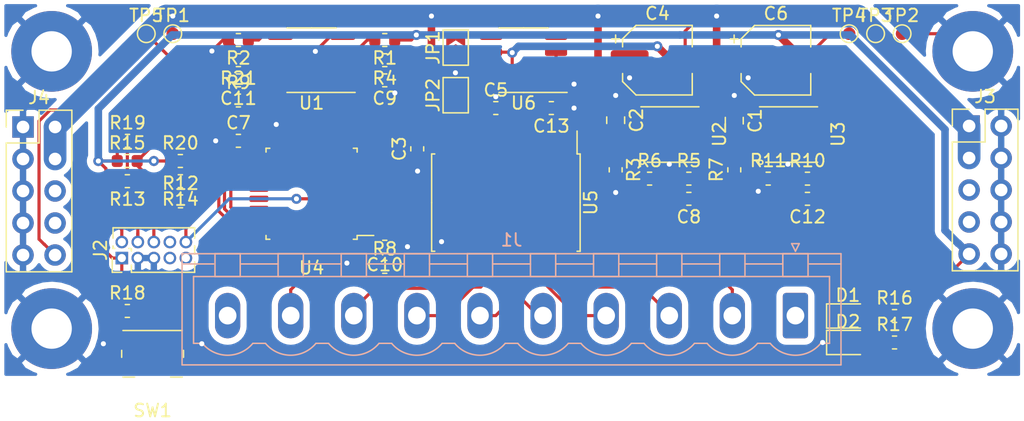
<source format=kicad_pcb>
(kicad_pcb (version 20171130) (host pcbnew 5.1.5+dfsg1-2build2)
  (layers (0 F.Cu signal) (31 B.Cu signal) (34 B.Paste user hide) (35 F.Paste user) (36 B.SilkS user hide) (37 F.SilkS user) (38 B.Mask user hide) (39 F.Mask user) (44 Edge.Cuts user))
  (net 0 "")
  (net 1 +24V)
  (net 2 GND)
  (net 3 +5V)
  (net 4 +3V3)
  (net 5 "Net-(C8-Pad2)")
  (net 6 +3V3_B)
  (net 7 "Net-(C12-Pad2)")
  (net 8 "Net-(C13-Pad2)")
  (net 9 "Net-(D1-Pad2)")
  (net 10 "Net-(D2-Pad2)")
  (net 11 /VFIL+)
  (net 12 /SEG_A)
  (net 13 /SEG_B)
  (net 14 /SEG_C)
  (net 15 /SEG_D)
  (net 16 /SEG_E)
  (net 17 /SEG_F)
  (net 18 /SEG_G)
  (net 19 /GRID)
  (net 20 /VFIL-)
  (net 21 "Net-(J2-Pad2)")
  (net 22 /SWDCLK)
  (net 23 "Net-(J2-Pad6)")
  (net 24 "Net-(J2-Pad7)")
  (net 25 "Net-(J2-Pad8)")
  (net 26 "Net-(J2-Pad9)")
  (net 27 /NRST)
  (net 28 /SCL_A)
  (net 29 /SDA_A)
  (net 30 /SDA_B)
  (net 31 /SCL_B)
  (net 32 /I2C_EN)
  (net 33 /5V_EN)
  (net 34 "Net-(R7-Pad1)")
  (net 35 "Net-(R8-Pad1)")
  (net 36 /SWDIO)
  (net 37 /SWO)
  (net 38 /USR_LED)
  (net 39 /USR_SW)
  (net 40 "Net-(U2-Pad11)")
  (net 41 "Net-(U2-Pad2)")
  (net 42 "Net-(U2-Pad17)")
  (net 43 "Net-(U2-Pad4)")
  (net 44 "Net-(U3-Pad4)")
  (net 45 "Net-(U3-Pad17)")
  (net 46 "Net-(U3-Pad2)")
  (net 47 "Net-(U3-Pad11)")
  (net 48 "Net-(U4-Pad2)")
  (net 49 "Net-(U4-Pad6)")
  (net 50 "Net-(U4-Pad7)")
  (net 51 "Net-(U4-Pad8)")
  (net 52 "Net-(U4-Pad9)")
  (net 53 "Net-(U4-Pad10)")
  (net 54 "Net-(U4-Pad11)")
  (net 55 "Net-(U4-Pad12)")
  (net 56 "Net-(U4-Pad13)")
  (net 57 "Net-(U4-Pad15)")
  (net 58 "Net-(U4-Pad18)")
  (net 59 /FIL_PWM)
  (net 60 "Net-(U4-Pad20)")
  (net 61 "Net-(U4-Pad25)")
  (net 62 /SENSE)
  (net 63 "Net-(U4-Pad3)")
  (module Capacitor_SMD:CP_Elec_5x5.8 (layer F.Cu) (at 192.008 104.7)
    (fp_text reference C4 (at 0 -3.7) (layer F.SilkS))
    (fp_text value 22uF)
    (pad 1 smd roundrect (at -2.2 0) (size 3 1.6) (layers F.Cu F.Paste F.Mask) (roundrect_rratio 0.15625) (net 2 GND))
    (pad 2 smd roundrect (at 2.2 0) (size 3 1.6) (layers F.Cu F.Paste F.Mask) (roundrect_rratio 0.15625) (net 3 +5V))
  )
  (module Capacitor_SMD:C_0603_1608Metric (layer F.Cu) (at 172.974 111.7345 90)
    (fp_text reference C3 (at 0 -1.43 90) (layer F.SilkS))
    (fp_text value 0.1uF)
    (pad 1 smd roundrect (at -0.7875 0 90) (size 0.875 0.95) (layers F.Cu F.Paste F.Mask) (net 2 GND))
    (pad 2 smd roundrect (at 0.7875 0 90) (size 0.875 0.95) (layers F.Cu F.Paste F.Mask) (net 1 +24V))
  )
  (module Capacitor_SMD:C_0603_1608Metric (layer F.Cu) (at 179.2 108.5)
    (fp_text reference C5 (at 0 -1.43) (layer F.SilkS))
    (fp_text value 0.1uF)
    (pad 2 smd roundrect (at 0.7875 0) (size 0.875 0.95) (layers F.Cu F.Paste F.Mask) (net 3 +5V))
    (pad 1 smd roundrect (at -0.7875 0) (size 0.875 0.95) (layers F.Cu F.Paste F.Mask) (net 2 GND))
  )
  (module Capacitor_SMD:CP_Elec_5x5.8 (layer F.Cu) (at 201.4 104.704)
    (fp_text reference C6 (at 0 -3.7) (layer F.SilkS))
    (fp_text value 22uF)
    (pad 1 smd roundrect (at -2.2 0) (size 3 1.6) (layers F.Cu F.Paste F.Mask) (roundrect_rratio 0.15625) (net 2 GND))
    (pad 2 smd roundrect (at 2.2 0) (size 3 1.6) (layers F.Cu F.Paste F.Mask) (roundrect_rratio 0.15625) (net 4 +3V3))
  )
  (module Capacitor_SMD:C_0603_1608Metric (layer F.Cu) (at 158.8 111.1)
    (fp_text reference C7 (at 0 -1.43) (layer F.SilkS))
    (fp_text value 0.1uF)
    (pad 2 smd roundrect (at 0.7875 0) (size 0.875 0.95) (layers F.Cu F.Paste F.Mask) (net 4 +3V3))
    (pad 1 smd roundrect (at -0.7875 0) (size 0.875 0.95) (layers F.Cu F.Paste F.Mask) (net 2 GND))
  )
  (module Capacitor_SMD:C_0603_1608Metric (layer F.Cu) (at 194.5 115.7 180)
    (fp_text reference C8 (at 0 -1.43) (layer F.SilkS))
    (fp_text value 22pF)
    (pad 2 smd roundrect (at 0.7875 0 180) (size 0.875 0.95) (layers F.Cu F.Paste F.Mask) (net 5 "Net-(C8-Pad2)"))
    (pad 1 smd roundrect (at -0.7875 0 180) (size 0.875 0.95) (layers F.Cu F.Paste F.Mask) (net 3 +5V))
  )
  (module Capacitor_SMD:C_0603_1608Metric (layer F.Cu) (at 170.4 106.3 180)
    (fp_text reference C9 (at 0 -1.43) (layer F.SilkS))
    (fp_text value 0.1uF)
    (pad 1 smd roundrect (at -0.7875 0 180) (size 0.875 0.95) (layers F.Cu F.Paste F.Mask) (net 2 GND))
    (pad 2 smd roundrect (at 0.7875 0 180) (size 0.875 0.95) (layers F.Cu F.Paste F.Mask) (net 4 +3V3))
  )
  (module Capacitor_SMD:C_0603_1608Metric (layer F.Cu) (at 170.4 119.5 180)
    (fp_text reference C10 (at 0 -1.43) (layer F.SilkS))
    (fp_text value 0.1uF)
    (pad 2 smd roundrect (at 0.7875 0 180) (size 0.875 0.95) (layers F.Cu F.Paste F.Mask) (net 4 +3V3))
    (pad 1 smd roundrect (at -0.7875 0 180) (size 0.875 0.95) (layers F.Cu F.Paste F.Mask) (net 2 GND))
  )
  (module Capacitor_SMD:C_0603_1608Metric (layer F.Cu) (at 158.8 106.3 180)
    (fp_text reference C11 (at 0 -1.43) (layer F.SilkS))
    (fp_text value 0.1uF)
    (pad 1 smd roundrect (at -0.7875 0 180) (size 0.875 0.95) (layers F.Cu F.Paste F.Mask) (net 2 GND))
    (pad 2 smd roundrect (at 0.7875 0 180) (size 0.875 0.95) (layers F.Cu F.Paste F.Mask) (net 6 +3V3_B))
  )
  (module Capacitor_SMD:C_0603_1608Metric (layer F.Cu) (at 203.9 115.7 180)
    (fp_text reference C12 (at 0 -1.43) (layer F.SilkS))
    (fp_text value 22pF)
    (pad 2 smd roundrect (at 0.7875 0 180) (size 0.875 0.95) (layers F.Cu F.Paste F.Mask) (net 7 "Net-(C12-Pad2)"))
    (pad 1 smd roundrect (at -0.7875 0 180) (size 0.875 0.95) (layers F.Cu F.Paste F.Mask) (net 4 +3V3))
  )
  (module Capacitor_SMD:C_0603_1608Metric (layer F.Cu) (at 183.6 108.5 180)
    (fp_text reference C13 (at 0 -1.43) (layer F.SilkS))
    (fp_text value 1uF)
    (pad 1 smd roundrect (at -0.7875 0 180) (size 0.875 0.95) (layers F.Cu F.Paste F.Mask) (net 2 GND))
    (pad 2 smd roundrect (at 0.7875 0 180) (size 0.875 0.95) (layers F.Cu F.Paste F.Mask) (net 8 "Net-(C13-Pad2)"))
  )
  (module LED_SMD:LED_0805_2012Metric (layer F.Cu) (at 207.1 125)
    (fp_text reference D1 (at 0 -1.65) (layer F.SilkS))
    (fp_text value LED)
    (pad 2 smd roundrect (at 0.9375 0) (size 0.975 1.4) (layers F.Cu F.Paste F.Mask) (net 9 "Net-(D1-Pad2)"))
    (pad 1 smd roundrect (at -0.9375 0) (size 0.975 1.4) (layers F.Cu F.Paste F.Mask) (net 2 GND))
  )
  (module LED_SMD:LED_0805_2012Metric (layer F.Cu) (at 207.1 127.1)
    (fp_text reference D2 (at 0 -1.65) (layer F.SilkS))
    (fp_text value LED)
    (pad 1 smd roundrect (at -0.9375 0) (size 0.975 1.4) (layers F.Cu F.Paste F.Mask) (net 2 GND))
    (pad 2 smd roundrect (at 0.9375 0) (size 0.975 1.4) (layers F.Cu F.Paste F.Mask) (net 10 "Net-(D2-Pad2)"))
  )
  (module Connector_Phoenix_MSTB:PhoenixContact_MSTBVA_2,5_10-G_1x10_P5.00mm_Vertical (layer B.Cu) (at 202.946 124.968 180)
    (fp_text reference J1 (at 22.5 6) (layer B.SilkS) (effects (justify mirror)))
    (fp_text value Screw_Terminal_01x10)
    (pad 1 thru_hole roundrect (at 0 0 180) (size 2 3.6) (drill 1.4) (layers *.Cu *.Mask) (roundrect_rratio 0.125) (net 11 /VFIL+))
    (pad 2 thru_hole oval (at 5 0 180) (size 2 3.6) (drill 1.4) (layers *.Cu *.Mask) (net 12 /SEG_A))
    (pad 3 thru_hole oval (at 10 0 180) (size 2 3.6) (drill 1.4) (layers *.Cu *.Mask) (net 13 /SEG_B))
    (pad 4 thru_hole oval (at 15 0 180) (size 2 3.6) (drill 1.4) (layers *.Cu *.Mask) (net 14 /SEG_C))
    (pad 5 thru_hole oval (at 20 0 180) (size 2 3.6) (drill 1.4) (layers *.Cu *.Mask) (net 15 /SEG_D))
    (pad 6 thru_hole oval (at 25 0 180) (size 2 3.6) (drill 1.4) (layers *.Cu *.Mask) (net 16 /SEG_E))
    (pad 7 thru_hole oval (at 30 0 180) (size 2 3.6) (drill 1.4) (layers *.Cu *.Mask) (net 17 /SEG_F))
    (pad 8 thru_hole oval (at 35 0 180) (size 2 3.6) (drill 1.4) (layers *.Cu *.Mask) (net 18 /SEG_G))
    (pad 9 thru_hole oval (at 40 0 180) (size 2 3.6) (drill 1.4) (layers *.Cu *.Mask) (net 19 /GRID))
    (pad 10 thru_hole oval (at 45 0 180) (size 2 3.6) (drill 1.4) (layers *.Cu *.Mask) (net 20 /VFIL-))
  )
  (module Connector_PinHeader_1.27mm:PinHeader_2x05_P1.27mm_Vertical (layer F.Cu) (at 149.56 120.4 90)
    (fp_text reference J2 (at 0.635 -1.695 90) (layer F.SilkS))
    (fp_text value Conn_ARM_JTAG_SWD_10)
    (pad 1 thru_hole rect (at 0 0 90) (size 1 1) (drill 0.65) (layers *.Cu *.Mask) (net 4 +3V3))
    (pad 2 thru_hole oval (at 1.27 0 90) (size 1 1) (drill 0.65) (layers *.Cu *.Mask) (net 21 "Net-(J2-Pad2)"))
    (pad 3 thru_hole oval (at 0 1.27 90) (size 1 1) (drill 0.65) (layers *.Cu *.Mask) (net 2 GND))
    (pad 4 thru_hole oval (at 1.27 1.27 90) (size 1 1) (drill 0.65) (layers *.Cu *.Mask) (net 22 /SWDCLK))
    (pad 5 thru_hole oval (at 0 2.54 90) (size 1 1) (drill 0.65) (layers *.Cu *.Mask) (net 2 GND))
    (pad 6 thru_hole oval (at 1.27 2.54 90) (size 1 1) (drill 0.65) (layers *.Cu *.Mask) (net 23 "Net-(J2-Pad6)"))
    (pad 7 thru_hole oval (at 0 3.81 90) (size 1 1) (drill 0.65) (layers *.Cu *.Mask) (net 24 "Net-(J2-Pad7)"))
    (pad 8 thru_hole oval (at 1.27 3.81 90) (size 1 1) (drill 0.65) (layers *.Cu *.Mask) (net 25 "Net-(J2-Pad8)"))
    (pad 9 thru_hole oval (at 0 5.08 90) (size 1 1) (drill 0.65) (layers *.Cu *.Mask) (net 26 "Net-(J2-Pad9)"))
    (pad 10 thru_hole oval (at 1.27 5.08 90) (size 1 1) (drill 0.65) (layers *.Cu *.Mask) (net 27 /NRST))
  )
  (module Connector_PinHeader_2.54mm:PinHeader_2x05_P2.54mm_Vertical (layer F.Cu) (at 216.71 109.92)
    (fp_text reference J3 (at 1.27 -2.33) (layer F.SilkS))
    (fp_text value J_IN)
    (pad 1 thru_hole rect (at 0 0) (size 1.7 1.7) (drill 1) (layers *.Cu *.Mask) (net 1 +24V))
    (pad 2 thru_hole oval (at 2.54 0) (size 1.7 1.7) (drill 1) (layers *.Cu *.Mask) (net 2 GND))
    (pad 3 thru_hole oval (at 0 2.54) (size 1.7 1.7) (drill 1) (layers *.Cu *.Mask) (net 1 +24V))
    (pad 4 thru_hole oval (at 2.54 2.54) (size 1.7 1.7) (drill 1) (layers *.Cu *.Mask) (net 2 GND))
    (pad 5 thru_hole oval (at 0 5.08) (size 1.7 1.7) (drill 1) (layers *.Cu *.Mask) (net 29 /SDA_A))
    (pad 6 thru_hole oval (at 2.54 5.08) (size 1.7 1.7) (drill 1) (layers *.Cu *.Mask) (net 2 GND))
    (pad 7 thru_hole oval (at 0 7.62) (size 1.7 1.7) (drill 1) (layers *.Cu *.Mask) (net 28 /SCL_A))
    (pad 8 thru_hole oval (at 2.54 7.62) (size 1.7 1.7) (drill 1) (layers *.Cu *.Mask) (net 2 GND))
    (pad 9 thru_hole oval (at 0 10.16) (size 1.7 1.7) (drill 1) (layers *.Cu *.Mask) (net 4 +3V3))
    (pad 10 thru_hole oval (at 2.54 10.16) (size 1.7 1.7) (drill 1) (layers *.Cu *.Mask) (net 2 GND))
  )
  (module Connector_PinHeader_2.54mm:PinHeader_2x05_P2.54mm_Vertical (layer F.Cu) (at 141.732 110)
    (fp_text reference J4 (at 1.27 -2.33) (layer F.SilkS))
    (fp_text value J_OUT)
    (pad 10 thru_hole oval (at 2.54 10.16) (size 1.7 1.7) (drill 1) (layers *.Cu *.Mask) (net 6 +3V3_B))
    (pad 9 thru_hole oval (at 0 10.16) (size 1.7 1.7) (drill 1) (layers *.Cu *.Mask) (net 2 GND))
    (pad 8 thru_hole oval (at 2.54 7.62) (size 1.7 1.7) (drill 1) (layers *.Cu *.Mask) (net 31 /SCL_B))
    (pad 7 thru_hole oval (at 0 7.62) (size 1.7 1.7) (drill 1) (layers *.Cu *.Mask) (net 2 GND))
    (pad 6 thru_hole oval (at 2.54 5.08) (size 1.7 1.7) (drill 1) (layers *.Cu *.Mask) (net 30 /SDA_B))
    (pad 5 thru_hole oval (at 0 5.08) (size 1.7 1.7) (drill 1) (layers *.Cu *.Mask) (net 2 GND))
    (pad 4 thru_hole oval (at 2.54 2.54) (size 1.7 1.7) (drill 1) (layers *.Cu *.Mask) (net 1 +24V))
    (pad 3 thru_hole oval (at 0 2.54) (size 1.7 1.7) (drill 1) (layers *.Cu *.Mask) (net 2 GND))
    (pad 2 thru_hole oval (at 2.54 0) (size 1.7 1.7) (drill 1) (layers *.Cu *.Mask) (net 1 +24V))
    (pad 1 thru_hole rect (at 0 0) (size 1.7 1.7) (drill 1) (layers *.Cu *.Mask) (net 2 GND))
  )
  (module Resistor_SMD:R_0603_1608Metric (layer F.Cu) (at 170.4 103.1 180)
    (fp_text reference R1 (at 0 -1.43) (layer F.SilkS))
    (fp_text value 10k)
    (pad 1 smd roundrect (at -0.7875 0 180) (size 0.875 0.95) (layers F.Cu F.Paste F.Mask) (net 4 +3V3))
    (pad 2 smd roundrect (at 0.7875 0 180) (size 0.875 0.95) (layers F.Cu F.Paste F.Mask) (net 29 /SDA_A))
  )
  (module Resistor_SMD:R_0603_1608Metric (layer F.Cu) (at 158.8 103.1 180)
    (fp_text reference R2 (at 0 -1.43) (layer F.SilkS))
    (fp_text value 10k)
    (pad 1 smd roundrect (at -0.7875 0 180) (size 0.875 0.95) (layers F.Cu F.Paste F.Mask) (net 32 /I2C_EN))
    (pad 2 smd roundrect (at 0.7875 0 180) (size 0.875 0.95) (layers F.Cu F.Paste F.Mask) (net 2 GND))
  )
  (module Resistor_SMD:R_0603_1608Metric (layer F.Cu) (at 188.7 113.4 270)
    (fp_text reference R3 (at 0 -1.43 90) (layer F.SilkS))
    (fp_text value 10k)
    (pad 2 smd roundrect (at 0.7875 0 270) (size 0.875 0.95) (layers F.Cu F.Paste F.Mask) (net 2 GND))
    (pad 1 smd roundrect (at -0.7875 0 270) (size 0.875 0.95) (layers F.Cu F.Paste F.Mask) (net 33 /5V_EN))
  )
  (module Resistor_SMD:R_0603_1608Metric (layer F.Cu) (at 170.4 104.7 180)
    (fp_text reference R4 (at 0 -1.43) (layer F.SilkS))
    (fp_text value 10k)
    (pad 2 smd roundrect (at 0.7875 0 180) (size 0.875 0.95) (layers F.Cu F.Paste F.Mask) (net 28 /SCL_A))
    (pad 1 smd roundrect (at -0.7875 0 180) (size 0.875 0.95) (layers F.Cu F.Paste F.Mask) (net 4 +3V3))
  )
  (module Resistor_SMD:R_0603_1608Metric (layer F.Cu) (at 194.5 114.102)
    (fp_text reference R5 (at 0 -1.43) (layer F.SilkS))
    (fp_text value 75k)
    (pad 1 smd roundrect (at -0.7875 0) (size 0.875 0.95) (layers F.Cu F.Paste F.Mask) (net 5 "Net-(C8-Pad2)"))
    (pad 2 smd roundrect (at 0.7875 0) (size 0.875 0.95) (layers F.Cu F.Paste F.Mask) (net 3 +5V))
  )
  (module Resistor_SMD:R_0603_1608Metric (layer F.Cu) (at 191.3875 114.1)
    (fp_text reference R6 (at 0 -1.43) (layer F.SilkS))
    (fp_text value 14.3k)
    (pad 1 smd roundrect (at -0.7875 0) (size 0.875 0.95) (layers F.Cu F.Paste F.Mask) (net 2 GND))
    (pad 2 smd roundrect (at 0.7875 0) (size 0.875 0.95) (layers F.Cu F.Paste F.Mask) (net 5 "Net-(C8-Pad2)"))
  )
  (module Resistor_SMD:R_0603_1608Metric (layer F.Cu) (at 198.1 113.4 90)
    (fp_text reference R7 (at 0 -1.43 90) (layer F.SilkS))
    (fp_text value 1M)
    (pad 1 smd roundrect (at -0.7875 0 90) (size 0.875 0.95) (layers F.Cu F.Paste F.Mask) (net 34 "Net-(R7-Pad1)"))
    (pad 2 smd roundrect (at 0.7875 0 90) (size 0.875 0.95) (layers F.Cu F.Paste F.Mask) (net 1 +24V))
  )
  (module Resistor_SMD:R_0603_1608Metric (layer F.Cu) (at 170.4 121.1)
    (fp_text reference R8 (at 0 -1.43) (layer F.SilkS))
    (fp_text value 10k)
    (pad 2 smd roundrect (at 0.7875 0) (size 0.875 0.95) (layers F.Cu F.Paste F.Mask) (net 2 GND))
    (pad 1 smd roundrect (at -0.7875 0) (size 0.875 0.95) (layers F.Cu F.Paste F.Mask) (net 35 "Net-(R8-Pad1)"))
  )
  (module Resistor_SMD:R_0603_1608Metric (layer F.Cu) (at 158.8 107.9)
    (fp_text reference R9 (at 0 -1.43) (layer F.SilkS))
    (fp_text value 22)
    (pad 2 smd roundrect (at 0.7875 0) (size 0.875 0.95) (layers F.Cu F.Paste F.Mask) (net 6 +3V3_B))
    (pad 1 smd roundrect (at -0.7875 0) (size 0.875 0.95) (layers F.Cu F.Paste F.Mask) (net 62 /SENSE))
  )
  (module Resistor_SMD:R_0603_1608Metric (layer F.Cu) (at 203.9 114.102)
    (fp_text reference R10 (at 0 -1.43) (layer F.SilkS))
    (fp_text value 75k)
    (pad 2 smd roundrect (at 0.7875 0) (size 0.875 0.95) (layers F.Cu F.Paste F.Mask) (net 4 +3V3))
    (pad 1 smd roundrect (at -0.7875 0) (size 0.875 0.95) (layers F.Cu F.Paste F.Mask) (net 7 "Net-(C12-Pad2)"))
  )
  (module Resistor_SMD:R_0603_1608Metric (layer F.Cu) (at 200.7875 114.1)
    (fp_text reference R11 (at 0 -1.43) (layer F.SilkS))
    (fp_text value 24k)
    (pad 1 smd roundrect (at -0.7875 0) (size 0.875 0.95) (layers F.Cu F.Paste F.Mask) (net 2 GND))
    (pad 2 smd roundrect (at 0.7875 0) (size 0.875 0.95) (layers F.Cu F.Paste F.Mask) (net 7 "Net-(C12-Pad2)"))
  )
  (module Resistor_SMD:R_0603_1608Metric (layer F.Cu) (at 154.2125 115.9)
    (fp_text reference R12 (at 0 -1.43) (layer F.SilkS))
    (fp_text value 10k)
    (pad 1 smd roundrect (at -0.7875 0) (size 0.875 0.95) (layers F.Cu F.Paste F.Mask) (net 4 +3V3))
    (pad 2 smd roundrect (at 0.7875 0) (size 0.875 0.95) (layers F.Cu F.Paste F.Mask) (net 27 /NRST))
  )
  (module Resistor_SMD:R_0603_1608Metric (layer F.Cu) (at 150 114.3 180)
    (fp_text reference R13 (at 0 -1.43) (layer F.SilkS))
    (fp_text value 22)
    (pad 2 smd roundrect (at 0.7875 0 180) (size 0.875 0.95) (layers F.Cu F.Paste F.Mask) (net 21 "Net-(J2-Pad2)"))
    (pad 1 smd roundrect (at -0.7875 0 180) (size 0.875 0.95) (layers F.Cu F.Paste F.Mask) (net 36 /SWDIO))
  )
  (module Resistor_SMD:R_0603_1608Metric (layer F.Cu) (at 154.2 114.3 180)
    (fp_text reference R14 (at 0 -1.43) (layer F.SilkS))
    (fp_text value 22)
    (pad 2 smd roundrect (at 0.7875 0 180) (size 0.875 0.95) (layers F.Cu F.Paste F.Mask) (net 23 "Net-(J2-Pad6)"))
    (pad 1 smd roundrect (at -0.7875 0 180) (size 0.875 0.95) (layers F.Cu F.Paste F.Mask) (net 37 /SWO))
  )
  (module Resistor_SMD:R_0603_1608Metric (layer F.Cu) (at 149.9875 112.7)
    (fp_text reference R15 (at 0 -1.43) (layer F.SilkS))
    (fp_text value 10k)
    (pad 1 smd roundrect (at -0.7875 0) (size 0.875 0.95) (layers F.Cu F.Paste F.Mask) (net 4 +3V3))
    (pad 2 smd roundrect (at 0.7875 0) (size 0.875 0.95) (layers F.Cu F.Paste F.Mask) (net 22 /SWDCLK))
  )
  (module Resistor_SMD:R_0603_1608Metric (layer F.Cu) (at 210.8 125)
    (fp_text reference R16 (at 0 -1.43) (layer F.SilkS))
    (fp_text value 660)
    (pad 1 smd roundrect (at -0.7875 0) (size 0.875 0.95) (layers F.Cu F.Paste F.Mask) (net 9 "Net-(D1-Pad2)"))
    (pad 2 smd roundrect (at 0.7875 0) (size 0.875 0.95) (layers F.Cu F.Paste F.Mask) (net 4 +3V3))
  )
  (module Resistor_SMD:R_0603_1608Metric (layer F.Cu) (at 210.8 127.1)
    (fp_text reference R17 (at 0 -1.43) (layer F.SilkS))
    (fp_text value 660)
    (pad 2 smd roundrect (at 0.7875 0) (size 0.875 0.95) (layers F.Cu F.Paste F.Mask) (net 38 /USR_LED))
    (pad 1 smd roundrect (at -0.7875 0) (size 0.875 0.95) (layers F.Cu F.Paste F.Mask) (net 10 "Net-(D2-Pad2)"))
  )
  (module Resistor_SMD:R_0603_1608Metric (layer F.Cu) (at 150 124.6)
    (fp_text reference R18 (at 0 -1.43) (layer F.SilkS))
    (fp_text value 10k)
    (pad 1 smd roundrect (at -0.7875 0) (size 0.875 0.95) (layers F.Cu F.Paste F.Mask) (net 4 +3V3))
    (pad 2 smd roundrect (at 0.7875 0) (size 0.875 0.95) (layers F.Cu F.Paste F.Mask) (net 39 /USR_SW))
  )
  (module Resistor_SMD:R_0603_1608Metric (layer F.Cu) (at 150.0125 111.1)
    (fp_text reference R19 (at 0 -1.43) (layer F.SilkS))
    (fp_text value 10k)
    (pad 2 smd roundrect (at 0.7875 0) (size 0.875 0.95) (layers F.Cu F.Paste F.Mask) (net 36 /SWDIO))
    (pad 1 smd roundrect (at -0.7875 0) (size 0.875 0.95) (layers F.Cu F.Paste F.Mask) (net 4 +3V3))
  )
  (module Resistor_SMD:R_0603_1608Metric (layer F.Cu) (at 154.2 112.7)
    (fp_text reference R20 (at 0 -1.43) (layer F.SilkS))
    (fp_text value 10k)
    (pad 1 smd roundrect (at -0.7875 0) (size 0.875 0.95) (layers F.Cu F.Paste F.Mask) (net 4 +3V3))
    (pad 2 smd roundrect (at 0.7875 0) (size 0.875 0.95) (layers F.Cu F.Paste F.Mask) (net 37 /SWO))
  )
  (module Resistor_SMD:R_0603_1608Metric (layer F.Cu) (at 158.8 104.7 180)
    (fp_text reference R21 (at 0 -1.43) (layer F.SilkS))
    (fp_text value 10k)
    (pad 1 smd roundrect (at -0.7875 0 180) (size 0.875 0.95) (layers F.Cu F.Paste F.Mask) (net 2 GND))
    (pad 2 smd roundrect (at 0.7875 0 180) (size 0.875 0.95) (layers F.Cu F.Paste F.Mask) (net 6 +3V3_B))
  )
  (module Package_SO:SOIC-8_3.9x4.9mm_P1.27mm (layer F.Cu) (at 164.6 104.7 180)
    (fp_text reference U1 (at 0 -3.4) (layer F.SilkS))
    (fp_text value TCA9517)
    (pad 1 smd roundrect (at -2.475 -1.905 180) (size 1.95 0.6) (layers F.Cu F.Paste F.Mask) (net 4 +3V3))
    (pad 2 smd roundrect (at -2.475 -0.635 180) (size 1.95 0.6) (layers F.Cu F.Paste F.Mask) (net 28 /SCL_A))
    (pad 3 smd roundrect (at -2.475 0.635 180) (size 1.95 0.6) (layers F.Cu F.Paste F.Mask) (net 29 /SDA_A))
    (pad 4 smd roundrect (at -2.475 1.905 180) (size 1.95 0.6) (layers F.Cu F.Paste F.Mask) (net 2 GND))
    (pad 5 smd roundrect (at 2.475 1.905 180) (size 1.95 0.6) (layers F.Cu F.Paste F.Mask) (net 32 /I2C_EN))
    (pad 6 smd roundrect (at 2.475 0.635 180) (size 1.95 0.6) (layers F.Cu F.Paste F.Mask) (net 30 /SDA_B))
    (pad 7 smd roundrect (at 2.475 -0.635 180) (size 1.95 0.6) (layers F.Cu F.Paste F.Mask) (net 31 /SCL_B))
    (pad 8 smd roundrect (at 2.475 -1.905 180) (size 1.95 0.6) (layers F.Cu F.Paste F.Mask) (net 6 +3V3_B))
  )
  (module evc_seriously:QFN-19_3x5mm_P0.6mm (layer F.Cu) (at 193.2 110.6 90)
    (fp_text reference U2 (at 0.025 3.725 90) (layer F.SilkS))
    (fp_text value MPM3510A hide)
    (pad 7 smd custom (at 1.25 2.1 90) (size 1.1 0.25) (layers F.Cu F.Paste F.Mask) (net 3 +5V) (options (clearance outline) (anchor rect)) (primitives))
    (pad 8 smd custom (at 1.25 1.25 90) (size 1.1 0.25) (layers F.Cu F.Paste F.Mask) (net 3 +5V) (options (clearance outline) (anchor rect)) (primitives))
    (pad 9 smd custom (at 1.25 0.4 90) (size 1.1 0.25) (layers F.Cu F.Paste F.Mask) (net 3 +5V) (options (clearance outline) (anchor rect)) (primitives))
    (pad 5 smd custom (at -1.25 1.25 90) (size 1.1 0.25) (layers F.Cu F.Paste F.Mask) (net 43 "Net-(U2-Pad4)") (options (clearance outline) (anchor rect)) (primitives))
    (pad 6 smd custom (at -1.25 2.1 90) (size 1.1 0.25) (layers F.Cu F.Paste F.Mask) (net 43 "Net-(U2-Pad4)") (options (clearance outline) (anchor rect)) (primitives))
    (pad 4 smd custom (at -1.25 0.4 90) (size 1.1 0.25) (layers F.Cu F.Paste F.Mask) (net 43 "Net-(U2-Pad4)") (options (clearance outline) (anchor rect)) (primitives))
    (pad 17 smd rect (at -1.2 -2.4 90) (size 0.2 0.8) (layers F.Cu F.Paste F.Mask) (net 42 "Net-(U2-Pad17)"))
    (pad 13 smd rect (at 1.2 -2.4 90) (size 0.2 0.8) (layers F.Cu F.Paste F.Mask) (net 2 GND))
    (pad 16 smd rect (at -0.6 -2.25 90) (size 0.2 1.1) (layers F.Cu F.Paste F.Mask) (net 33 /5V_EN))
    (pad 14 smd rect (at 0.6 -2.25 90) (size 0.2 1.1) (layers F.Cu F.Paste F.Mask))
    (pad 15 smd rect (at 0 -2.25 90) (size 0.2 1.1) (layers F.Cu F.Paste F.Mask) (net 1 +24V))
    (pad 1 smd custom (at -1.475 -1.55 90) (size 0.65 0.25) (layers F.Cu F.Paste F.Mask) (net 5 "Net-(C8-Pad2)") (options (clearance outline) (anchor rect)) (primitives (gr_poly (pts (xy 0.325 0.125) (xy 0.475 0.125) (xy 0.475 0) (xy 0.325 -0.125)) (width 0))))
    (pad 12 smd custom (at 1.45 -1.55 90) (size 0.7 0.25) (layers F.Cu F.Paste F.Mask) (net 2 GND) (options (clearance outline) (anchor rect)) (primitives))
    (pad 2 smd custom (at -1.25 -0.9 90) (size 1.1 0.25) (layers F.Cu F.Paste F.Mask) (net 41 "Net-(U2-Pad2)") (options (clearance outline) (anchor rect)) (primitives))
    (pad 3 smd custom (at -1.25 -0.25 90) (size 1.1 0.25) (layers F.Cu F.Paste F.Mask) (net 2 GND) (options (clearance outline) (anchor rect)) (primitives))
    (pad 11 smd custom (at 1.25 -0.9 90) (size 1.1 0.25) (layers F.Cu F.Paste F.Mask) (net 40 "Net-(U2-Pad11)") (options (clearance outline) (anchor rect)) (primitives))
    (pad 10 smd custom (at 1.25 -0.25 90) (size 1.1 0.25) (layers F.Cu F.Paste F.Mask) (options (clearance outline) (anchor rect)) (primitives))
  )
  (module evc_seriously:QFN-19_3x5mm_P0.6mm (layer F.Cu) (at 202.6 110.6 90)
    (fp_text reference U3 (at 0.025 3.725 90) (layer F.SilkS))
    (fp_text value MPM3510A hide)
    (pad 7 smd custom (at 1.25 2.1 90) (size 1.1 0.25) (layers F.Cu F.Paste F.Mask) (net 4 +3V3) (options (clearance outline) (anchor rect)) (primitives))
    (pad 8 smd custom (at 1.25 1.25 90) (size 1.1 0.25) (layers F.Cu F.Paste F.Mask) (net 4 +3V3) (options (clearance outline) (anchor rect)) (primitives))
    (pad 9 smd custom (at 1.25 0.4 90) (size 1.1 0.25) (layers F.Cu F.Paste F.Mask) (net 4 +3V3) (options (clearance outline) (anchor rect)) (primitives))
    (pad 5 smd custom (at -1.25 1.25 90) (size 1.1 0.25) (layers F.Cu F.Paste F.Mask) (net 44 "Net-(U3-Pad4)") (options (clearance outline) (anchor rect)) (primitives))
    (pad 6 smd custom (at -1.25 2.1 90) (size 1.1 0.25) (layers F.Cu F.Paste F.Mask) (net 44 "Net-(U3-Pad4)") (options (clearance outline) (anchor rect)) (primitives))
    (pad 4 smd custom (at -1.25 0.4 90) (size 1.1 0.25) (layers F.Cu F.Paste F.Mask) (net 44 "Net-(U3-Pad4)") (options (clearance outline) (anchor rect)) (primitives))
    (pad 17 smd rect (at -1.2 -2.4 90) (size 0.2 0.8) (layers F.Cu F.Paste F.Mask) (net 45 "Net-(U3-Pad17)"))
    (pad 13 smd rect (at 1.2 -2.4 90) (size 0.2 0.8) (layers F.Cu F.Paste F.Mask) (net 2 GND))
    (pad 16 smd rect (at -0.6 -2.25 90) (size 0.2 1.1) (layers F.Cu F.Paste F.Mask) (net 34 "Net-(R7-Pad1)"))
    (pad 14 smd rect (at 0.6 -2.25 90) (size 0.2 1.1) (layers F.Cu F.Paste F.Mask))
    (pad 15 smd rect (at 0 -2.25 90) (size 0.2 1.1) (layers F.Cu F.Paste F.Mask) (net 1 +24V))
    (pad 1 smd custom (at -1.475 -1.55 90) (size 0.65 0.25) (layers F.Cu F.Paste F.Mask) (net 7 "Net-(C12-Pad2)") (options (clearance outline) (anchor rect)) (primitives (gr_poly (pts (xy 0.325 0.125) (xy 0.475 0.125) (xy 0.475 0) (xy 0.325 -0.125)) (width 0))))
    (pad 12 smd custom (at 1.45 -1.55 90) (size 0.7 0.25) (layers F.Cu F.Paste F.Mask) (net 2 GND) (options (clearance outline) (anchor rect)) (primitives))
    (pad 2 smd custom (at -1.25 -0.9 90) (size 1.1 0.25) (layers F.Cu F.Paste F.Mask) (net 46 "Net-(U3-Pad2)") (options (clearance outline) (anchor rect)) (primitives))
    (pad 3 smd custom (at -1.25 -0.25 90) (size 1.1 0.25) (layers F.Cu F.Paste F.Mask) (net 2 GND) (options (clearance outline) (anchor rect)) (primitives))
    (pad 11 smd custom (at 1.25 -0.9 90) (size 1.1 0.25) (layers F.Cu F.Paste F.Mask) (net 47 "Net-(U3-Pad11)") (options (clearance outline) (anchor rect)) (primitives))
    (pad 10 smd custom (at 1.25 -0.25 90) (size 1.1 0.25) (layers F.Cu F.Paste F.Mask) (options (clearance outline) (anchor rect)) (primitives))
  )
  (module Package_QFP:LQFP-32_7x7mm_P0.8mm (layer F.Cu) (at 164.6 115.3 180)
    (fp_text reference U4 (at 0 -5.88) (layer F.SilkS))
    (fp_text value STM32F303K8Tx)
    (pad 1 smd roundrect (at -4.175 -2.8 180) (size 1.5 0.5) (layers F.Cu F.Paste F.Mask) (net 4 +3V3))
    (pad 2 smd roundrect (at -4.175 -2 180) (size 1.5 0.5) (layers F.Cu F.Paste F.Mask) (net 48 "Net-(U4-Pad2)"))
    (pad 3 smd roundrect (at -4.175 -1.2 180) (size 1.5 0.5) (layers F.Cu F.Paste F.Mask) (net 63 "Net-(U4-Pad3)"))
    (pad 4 smd roundrect (at -4.175 -0.4 180) (size 1.5 0.5) (layers F.Cu F.Paste F.Mask) (net 27 /NRST))
    (pad 5 smd roundrect (at -4.175 0.4 180) (size 1.5 0.5) (layers F.Cu F.Paste F.Mask) (net 4 +3V3))
    (pad 6 smd roundrect (at -4.175 1.2 180) (size 1.5 0.5) (layers F.Cu F.Paste F.Mask) (net 49 "Net-(U4-Pad6)"))
    (pad 7 smd roundrect (at -4.175 2 180) (size 1.5 0.5) (layers F.Cu F.Paste F.Mask) (net 50 "Net-(U4-Pad7)"))
    (pad 8 smd roundrect (at -4.175 2.8 180) (size 1.5 0.5) (layers F.Cu F.Paste F.Mask) (net 51 "Net-(U4-Pad8)"))
    (pad 9 smd roundrect (at -2.8 4.175 180) (size 0.5 1.5) (layers F.Cu F.Paste F.Mask) (net 52 "Net-(U4-Pad9)"))
    (pad 10 smd roundrect (at -2 4.175 180) (size 0.5 1.5) (layers F.Cu F.Paste F.Mask) (net 53 "Net-(U4-Pad10)"))
    (pad 11 smd roundrect (at -1.2 4.175 180) (size 0.5 1.5) (layers F.Cu F.Paste F.Mask) (net 54 "Net-(U4-Pad11)"))
    (pad 12 smd roundrect (at -0.4 4.175 180) (size 0.5 1.5) (layers F.Cu F.Paste F.Mask) (net 55 "Net-(U4-Pad12)"))
    (pad 13 smd roundrect (at 0.4 4.175 180) (size 0.5 1.5) (layers F.Cu F.Paste F.Mask) (net 56 "Net-(U4-Pad13)"))
    (pad 14 smd roundrect (at 1.2 4.175 180) (size 0.5 1.5) (layers F.Cu F.Paste F.Mask) (net 62 /SENSE))
    (pad 15 smd roundrect (at 2 4.175 180) (size 0.5 1.5) (layers F.Cu F.Paste F.Mask) (net 57 "Net-(U4-Pad15)"))
    (pad 16 smd roundrect (at 2.8 4.175 180) (size 0.5 1.5) (layers F.Cu F.Paste F.Mask) (net 2 GND))
    (pad 17 smd roundrect (at 4.175 2.8 180) (size 1.5 0.5) (layers F.Cu F.Paste F.Mask) (net 4 +3V3))
    (pad 18 smd roundrect (at 4.175 2 180) (size 1.5 0.5) (layers F.Cu F.Paste F.Mask) (net 58 "Net-(U4-Pad18)"))
    (pad 19 smd roundrect (at 4.175 1.2 180) (size 1.5 0.5) (layers F.Cu F.Paste F.Mask) (net 59 /FIL_PWM))
    (pad 20 smd roundrect (at 4.175 0.4 180) (size 1.5 0.5) (layers F.Cu F.Paste F.Mask) (net 60 "Net-(U4-Pad20)"))
    (pad 21 smd roundrect (at 4.175 -0.4 180) (size 1.5 0.5) (layers F.Cu F.Paste F.Mask) (net 32 /I2C_EN))
    (pad 22 smd roundrect (at 4.175 -1.2 180) (size 1.5 0.5) (layers F.Cu F.Paste F.Mask) (net 33 /5V_EN))
    (pad 23 smd roundrect (at 4.175 -2 180) (size 1.5 0.5) (layers F.Cu F.Paste F.Mask) (net 36 /SWDIO))
    (pad 24 smd roundrect (at 4.175 -2.8 180) (size 1.5 0.5) (layers F.Cu F.Paste F.Mask) (net 22 /SWDCLK))
    (pad 25 smd roundrect (at 2.8 -4.175 180) (size 0.5 1.5) (layers F.Cu F.Paste F.Mask) (net 61 "Net-(U4-Pad25)"))
    (pad 26 smd roundrect (at 2 -4.175 180) (size 0.5 1.5) (layers F.Cu F.Paste F.Mask) (net 37 /SWO))
    (pad 27 smd roundrect (at 1.2 -4.175 180) (size 0.5 1.5) (layers F.Cu F.Paste F.Mask) (net 39 /USR_SW))
    (pad 28 smd roundrect (at 0.4 -4.175 180) (size 0.5 1.5) (layers F.Cu F.Paste F.Mask) (net 38 /USR_LED))
    (pad 29 smd roundrect (at -0.4 -4.175 180) (size 0.5 1.5) (layers F.Cu F.Paste F.Mask) (net 28 /SCL_A))
    (pad 30 smd roundrect (at -1.2 -4.175 180) (size 0.5 1.5) (layers F.Cu F.Paste F.Mask) (net 29 /SDA_A))
    (pad 31 smd roundrect (at -2 -4.175 180) (size 0.5 1.5) (layers F.Cu F.Paste F.Mask) (net 35 "Net-(R8-Pad1)"))
    (pad 32 smd roundrect (at -2.8 -4.175 180) (size 0.5 1.5) (layers F.Cu F.Paste F.Mask) (net 2 GND))
  )
  (module Package_SO:SOIC-18W_7.5x11.6mm_P1.27mm (layer F.Cu) (at 180 116 270)
    (fp_text reference U5 (at 0 -6.72 90) (layer F.SilkS))
    (fp_text value MIC2981)
    (pad 1 smd roundrect (at -4.65 -5.08 270) (size 2.05 0.6) (layers F.Cu F.Paste F.Mask) (net 49 "Net-(U4-Pad6)"))
    (pad 2 smd roundrect (at -4.65 -3.81 270) (size 2.05 0.6) (layers F.Cu F.Paste F.Mask) (net 50 "Net-(U4-Pad7)"))
    (pad 3 smd roundrect (at -4.65 -2.54 270) (size 2.05 0.6) (layers F.Cu F.Paste F.Mask) (net 51 "Net-(U4-Pad8)"))
    (pad 4 smd roundrect (at -4.65 -1.27 270) (size 2.05 0.6) (layers F.Cu F.Paste F.Mask) (net 52 "Net-(U4-Pad9)"))
    (pad 5 smd roundrect (at -4.65 0 270) (size 2.05 0.6) (layers F.Cu F.Paste F.Mask) (net 53 "Net-(U4-Pad10)"))
    (pad 6 smd roundrect (at -4.65 1.27 270) (size 2.05 0.6) (layers F.Cu F.Paste F.Mask) (net 54 "Net-(U4-Pad11)"))
    (pad 7 smd roundrect (at -4.65 2.54 270) (size 2.05 0.6) (layers F.Cu F.Paste F.Mask) (net 55 "Net-(U4-Pad12)"))
    (pad 8 smd roundrect (at -4.65 3.81 270) (size 2.05 0.6) (layers F.Cu F.Paste F.Mask) (net 56 "Net-(U4-Pad13)"))
    (pad 9 smd roundrect (at -4.65 5.08 270) (size 2.05 0.6) (layers F.Cu F.Paste F.Mask) (net 1 +24V))
    (pad 10 smd roundrect (at 4.65 5.08 270) (size 2.05 0.6) (layers F.Cu F.Paste F.Mask) (net 2 GND))
    (pad 11 smd roundrect (at 4.65 3.81 270) (size 2.05 0.6) (layers F.Cu F.Paste F.Mask) (net 19 /GRID))
    (pad 12 smd roundrect (at 4.65 2.54 270) (size 2.05 0.6) (layers F.Cu F.Paste F.Mask) (net 18 /SEG_G))
    (pad 13 smd roundrect (at 4.65 1.27 270) (size 2.05 0.6) (layers F.Cu F.Paste F.Mask) (net 17 /SEG_F))
    (pad 14 smd roundrect (at 4.65 0 270) (size 2.05 0.6) (layers F.Cu F.Paste F.Mask) (net 16 /SEG_E))
    (pad 15 smd roundrect (at 4.65 -1.27 270) (size 2.05 0.6) (layers F.Cu F.Paste F.Mask) (net 15 /SEG_D))
    (pad 16 smd roundrect (at 4.65 -2.54 270) (size 2.05 0.6) (layers F.Cu F.Paste F.Mask) (net 14 /SEG_C))
    (pad 17 smd roundrect (at 4.65 -3.81 270) (size 2.05 0.6) (layers F.Cu F.Paste F.Mask) (net 13 /SEG_B))
    (pad 18 smd roundrect (at 4.65 -5.08 270) (size 2.05 0.6) (layers F.Cu F.Paste F.Mask) (net 12 /SEG_A))
  )
  (module Package_SO:SO-8_3.9x4.9mm_P1.27mm (layer F.Cu) (at 181.4 104.7 180)
    (fp_text reference U6 (at 0 -3.4) (layer F.SilkS))
    (fp_text value LM9022)
    (pad 1 smd roundrect (at -2.575 -1.905 180) (size 1.75 0.6) (layers F.Cu F.Paste F.Mask) (net 2 GND))
    (pad 2 smd roundrect (at -2.575 -0.635 180) (size 1.75 0.6) (layers F.Cu F.Paste F.Mask) (net 8 "Net-(C13-Pad2)"))
    (pad 3 smd roundrect (at -2.575 0.635 180) (size 1.75 0.6) (layers F.Cu F.Paste F.Mask) (net 8 "Net-(C13-Pad2)"))
    (pad 4 smd roundrect (at -2.575 1.905 180) (size 1.75 0.6) (layers F.Cu F.Paste F.Mask) (net 59 /FIL_PWM))
    (pad 5 smd roundrect (at 2.575 1.905 180) (size 1.75 0.6) (layers F.Cu F.Paste F.Mask) (net 20 /VFIL-))
    (pad 6 smd roundrect (at 2.575 0.635 180) (size 1.75 0.6) (layers F.Cu F.Paste F.Mask) (net 3 +5V))
    (pad 7 smd roundrect (at 2.575 -0.635 180) (size 1.75 0.6) (layers F.Cu F.Paste F.Mask) (net 2 GND))
    (pad 8 smd roundrect (at 2.575 -1.905 180) (size 1.75 0.6) (layers F.Cu F.Paste F.Mask) (net 11 /VFIL+))
  )
  (module TestPoint:TestPoint_Pad_D1.0mm (layer F.Cu) (at 153.6 102.6)
    (fp_text reference TP1 (at 0 -1.448) (layer F.SilkS))
    (fp_text value TestPoint)
    (pad 1 smd circle (at 0 0) (size 1 1) (layers F.Cu F.Mask) (net 1 +24V))
  )
  (module TestPoint:TestPoint_Pad_D1.0mm (layer F.Cu) (at 211.4 102.6)
    (fp_text reference TP2 (at 0 -1.448) (layer F.SilkS))
    (fp_text value TestPoint)
    (pad 1 smd circle (at 0 0) (size 1 1) (layers F.Cu F.Mask) (net 2 GND))
  )
  (module TestPoint:TestPoint_Pad_D1.0mm (layer F.Cu) (at 209.3 102.6)
    (fp_text reference TP3 (at 0 -1.448) (layer F.SilkS))
    (fp_text value TestPoint)
    (pad 1 smd circle (at 0 0) (size 1 1) (layers F.Cu F.Mask) (net 3 +5V))
  )
  (module TestPoint:TestPoint_Pad_D1.0mm (layer F.Cu) (at 207.2 102.6)
    (fp_text reference TP4 (at 0 -1.448) (layer F.SilkS))
    (fp_text value TestPoint)
    (pad 1 smd circle (at 0 0) (size 1 1) (layers F.Cu F.Mask) (net 4 +3V3))
  )
  (module Jumper:SolderJumper-2_P1.3mm_Open_TrianglePad1.0x1.5mm (layer F.Cu) (at 176.022 103.7 90)
    (fp_text reference JP1 (at 0 -1.8 90) (layer F.SilkS))
    (fp_text value SolderJumper_2_Open)
    (pad 2 smd custom (at 0.725 0 90) (size 0.3 0.3) (layers F.Cu F.Mask) (net 20 /VFIL-) (options (clearance outline) (anchor rect)) (primitives (gr_poly (pts (xy -0.65 -0.75) (xy 0.5 -0.75) (xy 0.5 0.75) (xy -0.65 0.75) (xy -0.15 0)) (width 0))))
    (pad 1 smd custom (at -0.725 0 90) (size 0.3 0.3) (layers F.Cu F.Mask) (net 3 +5V) (options (clearance outline) (anchor rect)) (primitives (gr_poly (pts (xy -0.5 -0.75) (xy 0.5 -0.75) (xy 1 0) (xy 0.5 0.75) (xy -0.5 0.75)) (width 0))))
  )
  (module Jumper:SolderJumper-2_P1.3mm_Open_TrianglePad1.0x1.5mm (layer F.Cu) (at 176.022 107.479 90)
    (fp_text reference JP2 (at 0 -1.8 90) (layer F.SilkS))
    (fp_text value SolderJumper_2_Open)
    (pad 1 smd custom (at -0.725 0 90) (size 0.3 0.3) (layers F.Cu F.Mask) (net 11 /VFIL+) (options (clearance outline) (anchor rect)) (primitives (gr_poly (pts (xy -0.5 -0.75) (xy 0.5 -0.75) (xy 1 0) (xy 0.5 0.75) (xy -0.5 0.75)) (width 0))))
    (pad 2 smd custom (at 0.725 0 90) (size 0.3 0.3) (layers F.Cu F.Mask) (net 2 GND) (options (clearance outline) (anchor rect)) (primitives (gr_poly (pts (xy -0.65 -0.75) (xy 0.5 -0.75) (xy 0.5 0.75) (xy -0.65 0.75) (xy -0.15 0)) (width 0))))
  )
  (module Button_Switch_SMD:Panasonic_EVQPUK_EVQPUB (layer F.Cu) (at 152 128 180)
    (fp_text reference SW1 (at 0 -4.5) (layer F.SilkS))
    (fp_text value SW_Push)
    (pad 2 smd rect (at 2.575 0.85) (size 1.45 1) (layers F.Cu F.Paste F.Mask) (net 2 GND))
    (pad 2 smd rect (at -2.575 0.85) (size 1.45 1) (layers F.Cu F.Paste F.Mask) (net 2 GND))
    (pad 1 smd rect (at -2.575 -0.85) (size 1.45 1) (layers F.Cu F.Paste F.Mask) (net 39 /USR_SW))
    (pad 1 smd rect (at 2.575 -0.85) (size 1.45 1) (layers F.Cu F.Paste F.Mask) (net 39 /USR_SW))
  )
  (module MountingHole:MountingHole_3.2mm_M3_Pad (layer F.Cu) (at 217 126)
    (fp_text reference H1 hide)
    (fp_text value MountingHole_Pad)
    (pad 1 thru_hole circle (at 0 0) (size 6.4 6.4) (drill 3.2) (layers *.Cu *.Mask) (net 2 GND))
  )
  (module MountingHole:MountingHole_3.2mm_M3_Pad (layer F.Cu) (at 144 104)
    (fp_text reference H2 hide)
    (fp_text value MountingHole_Pad)
    (pad 1 thru_hole circle (at 0 0) (size 6.4 6.4) (drill 3.2) (layers *.Cu *.Mask) (net 2 GND))
  )
  (module MountingHole:MountingHole_3.2mm_M3_Pad (layer F.Cu) (at 217 104)
    (fp_text reference H3 hide)
    (fp_text value MountingHole_Pad)
    (pad 1 thru_hole circle (at 0 0) (size 6.4 6.4) (drill 3.2) (layers *.Cu *.Mask) (net 2 GND))
  )
  (module MountingHole:MountingHole_3.2mm_M3_Pad (layer F.Cu) (at 144 126)
    (fp_text reference H4 hide)
    (fp_text value MountingHole_Pad)
    (pad 1 thru_hole circle (at 0 0) (size 6.4 6.4) (drill 3.2) (layers *.Cu *.Mask) (net 2 GND))
  )
  (module Capacitor_SMD:C_0805_2012Metric (layer F.Cu) (at 198.1 109.5 270)
    (fp_text reference C1 (at 0 -1.65 90) (layer F.SilkS))
    (fp_text value 4.7uF)
    (pad 2 smd roundrect (at 0.9375 0 270) (size 0.975 1.4) (layers F.Cu F.Paste F.Mask) (net 1 +24V))
    (pad 1 smd roundrect (at -0.9375 0 270) (size 0.975 1.4) (layers F.Cu F.Paste F.Mask) (net 2 GND))
  )
  (module Capacitor_SMD:C_0805_2012Metric (layer F.Cu) (at 188.7 109.4625 270)
    (fp_text reference C2 (at 0 -1.65 90) (layer F.SilkS))
    (fp_text value 4.7uF)
    (pad 2 smd roundrect (at 0.9375 0 270) (size 0.975 1.4) (layers F.Cu F.Paste F.Mask) (net 1 +24V))
    (pad 1 smd roundrect (at -0.9375 0 270) (size 0.975 1.4) (layers F.Cu F.Paste F.Mask) (net 2 GND))
  )
  (module TestPoint:TestPoint_Pad_D1.0mm (layer F.Cu) (at 151.5 102.6)
    (fp_text reference TP5 (at 0 -1.448) (layer F.SilkS))
    (fp_text value TestPoint)
    (pad 1 smd circle (at 0 0) (size 1 1) (layers F.Cu F.Mask) (net 6 +3V3_B))
  )
  (segment (start 207.9 101.2) (end 216.62 109.92) (width 1.8) (layer B.Cu) (net 1))
  (segment (start 216.71 109.92) (end 216.71 112.46) (width 1.8) (layer B.Cu) (net 1))
  (segment (start 144.272 110) (end 144.272 112.54) (width 1.8) (layer B.Cu) (net 1))
  (segment (start 151.4 102.7) (end 151.4 102.872) (width 0.25) (layer F.Cu) (net 6))
  (segment (start 144.272 110) (end 150.236 104.036) (width 1.8) (layer B.Cu) (net 1))
  (segment (start 188.9 110.6) (end 188.7 110.4) (width 0.25) (layer F.Cu) (net 1))
  (segment (start 190.95 110.6) (end 188.9 110.6) (width 0.25) (layer F.Cu) (net 1))
  (segment (start 198.2625 110.6) (end 198.1 110.4375) (width 0.25) (layer F.Cu) (net 1))
  (segment (start 200.35 110.6) (end 198.2625 110.6) (width 0.25) (layer F.Cu) (net 1))
  (segment (start 198.1 112.6125) (end 198.1 110.4375) (width 0.25) (layer F.Cu) (net 1))
  (segment (start 188.7 110.4) (end 187.8 110.4) (width 0.6) (layer F.Cu) (net 1))
  (segment (start 187.8 110.4) (end 187.3 109.9) (width 0.6) (layer F.Cu) (net 1))
  (segment (start 196.7 101.2) (end 207.9 101.2) (width 1.8) (layer B.Cu) (net 1))
  (segment (start 198.1 110.4375) (end 197.1375 110.4375) (width 0.6) (layer F.Cu) (net 1))
  (segment (start 197.1375 110.4375) (end 196.7 110) (width 0.6) (layer F.Cu) (net 1))
  (segment (start 172.974 110.947) (end 172.974 110.926) (width 0.6) (layer F.Cu) (net 1))
  (segment (start 174.517 110.947) (end 174.92 111.35) (width 0.6) (layer F.Cu) (net 1))
  (segment (start 172.974 110.947) (end 174.517 110.947) (width 0.6) (layer F.Cu) (net 1))
  (via (at 174.1 101.2) (size 0.8) (drill 0.4) (layers F.Cu B.Cu) (net 1))
  (segment (start 150.236 104.036) (end 153.072 101.2) (width 1.8) (layer B.Cu) (net 1))
  (segment (start 196.7 110) (end 196.7 103) (width 0.6) (layer F.Cu) (net 1))
  (via (at 196.7 101.2) (size 0.8) (drill 0.4) (layers F.Cu B.Cu) (net 1))
  (segment (start 196.7 103) (end 196.7 101.2) (width 0.6) (layer F.Cu) (net 1))
  (via (at 187.3 101.2) (size 0.8) (drill 0.4) (layers F.Cu B.Cu) (net 1))
  (segment (start 187.3 109.9) (end 187.3 101.2) (width 0.6) (layer F.Cu) (net 1))
  (segment (start 187.3 101.2) (end 196.7 101.2) (width 1.8) (layer B.Cu) (net 1))
  (segment (start 153.072 101.2) (end 187.3 101.2) (width 1.8) (layer B.Cu) (net 1))
  (segment (start 174.1 101.2) (end 174.1 109) (width 0.6) (layer F.Cu) (net 1))
  (segment (start 174.92 109.82) (end 174.92 111.35) (width 0.6) (layer F.Cu) (net 1))
  (segment (start 174.1 109) (end 174.92 109.82) (width 0.6) (layer F.Cu) (net 1))
  (via (at 153.6 101.2) (size 0.8) (drill 0.4) (layers F.Cu B.Cu) (net 1))
  (segment (start 153.6 102.6) (end 153.6 101.2) (width 0.25) (layer F.Cu) (net 1))
  (segment (start 154.4 127.4) (end 154.6 127.2) (width 0.25) (layer B.Cu) (net 2))
  (via (at 155.9 127.2) (size 0.8) (drill 0.4) (layers F.Cu B.Cu) (net 2))
  (segment (start 155.85 127.15) (end 155.9 127.2) (width 0.25) (layer F.Cu) (net 2))
  (segment (start 154.575 127.15) (end 155.85 127.15) (width 0.25) (layer F.Cu) (net 2))
  (via (at 161.8 109.8) (size 0.8) (drill 0.4) (layers F.Cu B.Cu) (net 2))
  (segment (start 161.8 111.125) (end 161.8 109.8) (width 0.25) (layer F.Cu) (net 2))
  (via (at 157 111.1) (size 0.8) (drill 0.4) (layers F.Cu B.Cu) (net 2))
  (segment (start 158.0125 111.1) (end 157 111.1) (width 0.25) (layer F.Cu) (net 2))
  (via (at 167.4 120.8) (size 0.8) (drill 0.4) (layers F.Cu B.Cu) (net 2))
  (segment (start 167.4 119.475) (end 167.4 120.8) (width 0.25) (layer F.Cu) (net 2))
  (segment (start 171.1875 121.1) (end 171.1875 119.5) (width 0.25) (layer F.Cu) (net 2))
  (via (at 172.2 119.5) (size 0.8) (drill 0.4) (layers F.Cu B.Cu) (net 2))
  (segment (start 171.1875 119.5) (end 172.2 119.5) (width 0.25) (layer F.Cu) (net 2))
  (via (at 174.9 119.1) (size 0.8) (drill 0.4) (layers F.Cu B.Cu) (net 2))
  (segment (start 174.92 119.12) (end 174.9 119.1) (width 0.25) (layer F.Cu) (net 2))
  (segment (start 174.92 120.65) (end 174.92 119.12) (width 0.25) (layer F.Cu) (net 2))
  (segment (start 172.974 113.474) (end 173 113.5) (width 0.25) (layer F.Cu) (net 2))
  (via (at 173 113.5) (size 0.8) (drill 0.4) (layers F.Cu B.Cu) (net 2))
  (segment (start 172.974 112.522) (end 172.974 113.474) (width 0.25) (layer F.Cu) (net 2))
  (segment (start 159.5875 104.675) (end 158.0125 103.1) (width 0.25) (layer F.Cu) (net 2))
  (segment (start 159.5875 104.7) (end 159.5875 104.675) (width 0.25) (layer F.Cu) (net 2))
  (segment (start 185.395 106.605) (end 185.4 106.6) (width 0.25) (layer F.Cu) (net 2))
  (via (at 185.4 106.6) (size 0.8) (drill 0.4) (layers F.Cu B.Cu) (net 2))
  (segment (start 183.975 106.605) (end 185.395 106.605) (width 0.25) (layer F.Cu) (net 2))
  (segment (start 178.825 105.335) (end 177.565 105.335) (width 0.25) (layer F.Cu) (net 2))
  (segment (start 176.146 106.754) (end 176.022 106.754) (width 0.25) (layer F.Cu) (net 2))
  (segment (start 177.565 105.335) (end 176.146 106.754) (width 0.25) (layer F.Cu) (net 2))
  (via (at 185.4 108.5) (size 0.8) (drill 0.4) (layers F.Cu B.Cu) (net 2))
  (segment (start 184.3875 108.5) (end 185.4 108.5) (width 0.25) (layer F.Cu) (net 2))
  (via (at 176 105.7) (size 0.8) (drill 0.4) (layers F.Cu B.Cu) (net 2))
  (segment (start 176.022 105.722) (end 176 105.7) (width 0.25) (layer F.Cu) (net 2))
  (segment (start 176.022 106.754) (end 176.022 105.722) (width 0.25) (layer F.Cu) (net 2))
  (via (at 179.2 107.6) (size 0.8) (drill 0.4) (layers F.Cu B.Cu) (net 2))
  (segment (start 178.4125 108.3875) (end 179.2 107.6) (width 0.25) (layer F.Cu) (net 2))
  (segment (start 178.4125 108.5) (end 178.4125 108.3875) (width 0.25) (layer F.Cu) (net 2))
  (via (at 199.2 106.1) (size 0.8) (drill 0.4) (layers F.Cu B.Cu) (net 2))
  (segment (start 199.2 104.704) (end 199.2 106.1) (width 0.6) (layer F.Cu) (net 2))
  (via (at 198.1 107.5) (size 0.8) (drill 0.4) (layers F.Cu B.Cu) (net 2))
  (segment (start 198.1 108.5625) (end 198.1 107.5) (width 0.6) (layer F.Cu) (net 2))
  (segment (start 198.9375 109.4) (end 198.1 108.5625) (width 0.25) (layer F.Cu) (net 2))
  (segment (start 200.2 109.4) (end 198.9375 109.4) (width 0.25) (layer F.Cu) (net 2))
  (segment (start 200.8 109.4) (end 201.05 109.15) (width 0.25) (layer F.Cu) (net 2))
  (segment (start 200.2 109.4) (end 200.8 109.4) (width 0.25) (layer F.Cu) (net 2))
  (segment (start 189.575 109.4) (end 188.7 108.525) (width 0.25) (layer F.Cu) (net 2))
  (segment (start 190.8 109.4) (end 189.575 109.4) (width 0.25) (layer F.Cu) (net 2))
  (segment (start 191.4 109.4) (end 191.65 109.15) (width 0.25) (layer F.Cu) (net 2))
  (segment (start 190.8 109.4) (end 191.4 109.4) (width 0.25) (layer F.Cu) (net 2))
  (via (at 188.7 107.5) (size 0.8) (drill 0.4) (layers F.Cu B.Cu) (net 2))
  (segment (start 188.7 108.525) (end 188.7 107.5) (width 0.6) (layer F.Cu) (net 2))
  (via (at 189.8 106.1) (size 0.8) (drill 0.4) (layers F.Cu B.Cu) (net 2))
  (segment (start 189.808 106.092) (end 189.8 106.1) (width 0.6) (layer F.Cu) (net 2))
  (segment (start 189.808 104.7) (end 189.808 106.092) (width 0.6) (layer F.Cu) (net 2))
  (via (at 202.35 112.95) (size 0.8) (drill 0.4) (layers F.Cu B.Cu) (net 2))
  (segment (start 202.35 111.85) (end 202.35 112.95) (width 0.25) (layer F.Cu) (net 2))
  (via (at 192.95 112.95) (size 0.8) (drill 0.4) (layers F.Cu B.Cu) (net 2))
  (segment (start 192.95 111.85) (end 192.95 112.95) (width 0.25) (layer F.Cu) (net 2))
  (via (at 200 115.1) (size 0.8) (drill 0.4) (layers F.Cu B.Cu) (net 2))
  (segment (start 200 114.1) (end 200 115.1) (width 0.25) (layer F.Cu) (net 2))
  (via (at 188.7 115.2) (size 0.8) (drill 0.4) (layers F.Cu B.Cu) (net 2))
  (segment (start 188.7 114.1875) (end 188.7 115.2) (width 0.25) (layer F.Cu) (net 2))
  (segment (start 190.5125 114.1875) (end 190.6 114.1) (width 0.25) (layer F.Cu) (net 2))
  (segment (start 188.7 114.1875) (end 190.5125 114.1875) (width 0.25) (layer F.Cu) (net 2))
  (via (at 205.1 127.1) (size 0.8) (drill 0.4) (layers F.Cu B.Cu) (net 2))
  (segment (start 206.1625 127.1) (end 205.1 127.1) (width 0.25) (layer F.Cu) (net 2))
  (segment (start 215.6 102.6) (end 217 104) (width 0.25) (layer F.Cu) (net 2))
  (segment (start 211.4 102.6) (end 215.6 102.6) (width 0.25) (layer F.Cu) (net 2))
  (segment (start 171.1875 106.3) (end 171.2 107.3) (width 0.25) (layer F.Cu) (net 2))
  (via (at 171.2 107.3) (size 0.8) (drill 0.4) (layers F.Cu B.Cu) (net 2))
  (via (at 148.1 127.2) (size 0.8) (drill 0.4) (layers F.Cu B.Cu) (net 2))
  (segment (start 148.15 127.15) (end 148.1 127.2) (width 0.25) (layer F.Cu) (net 2))
  (segment (start 149.425 127.15) (end 148.15 127.15) (width 0.25) (layer F.Cu) (net 2))
  (segment (start 206.1625 125) (end 206.1625 127.1) (width 0.25) (layer F.Cu) (net 2))
  (segment (start 159.5875 104.7) (end 159.5875 106.3) (width 0.25) (layer F.Cu) (net 2))
  (segment (start 167.075 102.795) (end 166.305 102.795) (width 0.25) (layer F.Cu) (net 2))
  (segment (start 166.305 102.795) (end 166.3 102.8) (width 0.25) (layer F.Cu) (net 2))
  (via (at 164.9 104) (size 0.8) (drill 0.4) (layers F.Cu B.Cu) (net 2))
  (segment (start 166.1 102.8) (end 164.9 104) (width 0.25) (layer F.Cu) (net 2))
  (segment (start 166.3 102.8) (end 166.1 102.8) (width 0.25) (layer F.Cu) (net 2))
  (via (at 156.7 103.975) (size 0.8) (drill 0.4) (layers F.Cu B.Cu) (net 2))
  (segment (start 157.575 103.1) (end 156.7 103.975) (width 0.25) (layer F.Cu) (net 2))
  (segment (start 158.0125 103.1) (end 157.575 103.1) (width 0.25) (layer F.Cu) (net 2))
  (segment (start 195.2875 115.7) (end 195.2875 114.102) (width 0.25) (layer F.Cu) (net 3))
  (segment (start 193.6 109.35) (end 194.45 109.35) (width 0.25) (layer F.Cu) (net 3))
  (segment (start 194.45 109.35) (end 195.3 109.35) (width 0.25) (layer F.Cu) (net 3))
  (segment (start 194.45 104.942) (end 194.208 104.7) (width 0.8) (layer F.Cu) (net 3))
  (segment (start 194.45 109.35) (end 194.45 104.942) (width 0.8) (layer F.Cu) (net 3))
  (segment (start 195.425 109.475) (end 195.3 109.35) (width 0.25) (layer F.Cu) (net 3))
  (segment (start 195.75001 109.80001) (end 195.425 109.475) (width 0.25) (layer F.Cu) (net 3))
  (segment (start 195.75001 113.16449) (end 195.75001 109.80001) (width 0.25) (layer F.Cu) (net 3))
  (segment (start 195.2875 113.627) (end 195.75001 113.16449) (width 0.25) (layer F.Cu) (net 3))
  (segment (start 195.2875 114.102) (end 195.2875 113.627) (width 0.25) (layer F.Cu) (net 3))
  (segment (start 177.635 104.065) (end 177.275 104.425) (width 0.25) (layer F.Cu) (net 3))
  (segment (start 179.9875 108.5) (end 180 108.5) (width 0.25) (layer F.Cu) (net 3))
  (segment (start 180 108.5) (end 180.02501 108.47499) (width 0.25) (layer F.Cu) (net 3))
  (segment (start 178.86499 104.02501) (end 178.825 104.065) (width 0.25) (layer F.Cu) (net 3))
  (segment (start 179.9875 108.5) (end 179.9875 108.4125) (width 0.25) (layer F.Cu) (net 3))
  (segment (start 179.9875 108.4125) (end 180.5 107.9) (width 0.25) (layer F.Cu) (net 3))
  (segment (start 180.465 104.065) (end 180.5 104.1) (width 0.25) (layer F.Cu) (net 3))
  (segment (start 180.5 107.9) (end 180.5 104.1) (width 0.25) (layer F.Cu) (net 3))
  (via (at 180.5 104.1) (size 0.8) (drill 0.4) (layers F.Cu B.Cu) (net 3))
  (segment (start 193.6 104.7) (end 194.208 104.7) (width 0.25) (layer F.Cu) (net 3))
  (segment (start 207.174999 100.474999) (end 196.125001 100.474999) (width 0.25) (layer F.Cu) (net 3))
  (segment (start 209.3 102.6) (end 207.174999 100.474999) (width 0.25) (layer F.Cu) (net 3))
  (segment (start 194.208 102.392) (end 194.208 104.7) (width 0.25) (layer F.Cu) (net 3))
  (segment (start 196.125001 100.474999) (end 194.208 102.392) (width 0.25) (layer F.Cu) (net 3))
  (via (at 192 103.6) (size 0.8) (drill 0.4) (layers F.Cu B.Cu) (net 3))
  (segment (start 193.1 104.7) (end 192 103.6) (width 0.6) (layer F.Cu) (net 3))
  (segment (start 194.208 104.7) (end 193.1 104.7) (width 0.6) (layer F.Cu) (net 3))
  (segment (start 181 103.6) (end 180.5 104.1) (width 0.6) (layer B.Cu) (net 3))
  (segment (start 192 103.6) (end 181 103.6) (width 0.6) (layer B.Cu) (net 3))
  (segment (start 177.275 104.425) (end 176.022 104.425) (width 0.25) (layer F.Cu) (net 3))
  (segment (start 178.825 104.065) (end 177.635 104.065) (width 0.25) (layer F.Cu) (net 3))
  (segment (start 178.825 104.065) (end 180.465 104.065) (width 0.25) (layer F.Cu) (net 3))
  (segment (start 204.6875 115.7) (end 204.6875 114.102) (width 0.25) (layer F.Cu) (net 4))
  (segment (start 203 109.35) (end 203.85 109.35) (width 0.25) (layer F.Cu) (net 4))
  (segment (start 203.85 109.35) (end 204.7 109.35) (width 0.25) (layer F.Cu) (net 4))
  (segment (start 203.85 104.954) (end 203.6 104.704) (width 0.8) (layer F.Cu) (net 4))
  (segment (start 203.85 109.35) (end 203.85 104.954) (width 0.8) (layer F.Cu) (net 4))
  (segment (start 205.15001 109.80001) (end 204.825 109.475) (width 0.25) (layer F.Cu) (net 4))
  (segment (start 204.825 109.475) (end 204.7 109.35) (width 0.25) (layer F.Cu) (net 4))
  (segment (start 205.15001 113.16449) (end 205.15001 109.80001) (width 0.25) (layer F.Cu) (net 4))
  (segment (start 204.6875 113.627) (end 205.15001 113.16449) (width 0.25) (layer F.Cu) (net 4))
  (segment (start 204.6875 114.102) (end 204.6875 113.627) (width 0.25) (layer F.Cu) (net 4))
  (segment (start 205.704 102.6) (end 203.6 104.704) (width 0.25) (layer F.Cu) (net 4))
  (segment (start 207.2 102.6) (end 205.704 102.6) (width 0.25) (layer F.Cu) (net 4))
  (via (at 201.6 102.7) (size 0.8) (drill 0.4) (layers F.Cu B.Cu) (net 4))
  (segment (start 203.6 104.7) (end 201.6 102.7) (width 0.6) (layer F.Cu) (net 4))
  (segment (start 203.6 104.704) (end 203.6 104.7) (width 0.6) (layer F.Cu) (net 4))
  (segment (start 207.3 102.7) (end 201.6 102.7) (width 0.6) (layer B.Cu) (net 4))
  (segment (start 214.8 110.2) (end 207.3 102.7) (width 0.6) (layer B.Cu) (net 4))
  (segment (start 214.8 118.2) (end 214.8 110.2) (width 0.6) (layer B.Cu) (net 4))
  (segment (start 215.830001 119.230001) (end 214.8 118.2) (width 0.6) (layer B.Cu) (net 4))
  (segment (start 215.860001 119.230001) (end 215.830001 119.230001) (width 0.6) (layer B.Cu) (net 4))
  (segment (start 216.71 120.08) (end 215.860001 119.230001) (width 0.6) (layer B.Cu) (net 4))
  (segment (start 171.1875 104.7) (end 171.1875 104.725) (width 0.6) (layer F.Cu) (net 4))
  (segment (start 193.8 102.7) (end 201.6 102.7) (width 0.6) (layer B.Cu) (net 4))
  (segment (start 172.9 102.7) (end 193.8 102.7) (width 0.6) (layer B.Cu) (net 4))
  (segment (start 171.1875 103.1) (end 171.1875 104.7) (width 0.25) (layer F.Cu) (net 4))
  (segment (start 169.6125 106.3) (end 169.6125 106.2875) (width 0.25) (layer F.Cu) (net 4))
  (segment (start 171.1875 104.7125) (end 171.1875 104.7) (width 0.25) (layer F.Cu) (net 4))
  (segment (start 169.6125 106.2875) (end 171.1875 104.7125) (width 0.25) (layer F.Cu) (net 4))
  (segment (start 167.075 106.605) (end 168.395 106.605) (width 0.25) (layer F.Cu) (net 4))
  (segment (start 168.7 106.3) (end 169.6125 106.3) (width 0.25) (layer F.Cu) (net 4))
  (segment (start 168.395 106.605) (end 168.7 106.3) (width 0.25) (layer F.Cu) (net 4))
  (segment (start 160.425 111.9375) (end 159.5875 111.1) (width 0.25) (layer F.Cu) (net 4))
  (segment (start 160.425 112.5) (end 160.425 111.9375) (width 0.25) (layer F.Cu) (net 4))
  (segment (start 169.525 114.9) (end 168.775 114.9) (width 0.25) (layer F.Cu) (net 4))
  (segment (start 168.775 114.9) (end 165 114.9) (width 0.25) (layer F.Cu) (net 4))
  (segment (start 162.6 112.5) (end 160.425 112.5) (width 0.25) (layer F.Cu) (net 4))
  (segment (start 165 114.9) (end 162.6 112.5) (width 0.25) (layer F.Cu) (net 4))
  (segment (start 148.81 120.4) (end 148.3 119.89) (width 0.25) (layer F.Cu) (net 4))
  (segment (start 149.56 120.4) (end 148.81 120.4) (width 0.25) (layer F.Cu) (net 4))
  (segment (start 153.4125 112.7125) (end 153.4125 112.7) (width 0.25) (layer F.Cu) (net 4))
  (segment (start 154.22499 113.52499) (end 153.4125 112.7125) (width 0.25) (layer F.Cu) (net 4))
  (segment (start 154.22499 115.07501) (end 154.22499 113.52499) (width 0.25) (layer F.Cu) (net 4))
  (segment (start 153.425 115.875) (end 154.22499 115.07501) (width 0.25) (layer F.Cu) (net 4))
  (segment (start 153.425 115.9) (end 153.425 115.875) (width 0.25) (layer F.Cu) (net 4))
  (segment (start 149.56 122.8975) (end 149.56 120.4) (width 0.25) (layer F.Cu) (net 4))
  (segment (start 153.4125 112.7) (end 153.4 112.7) (width 0.25) (layer F.Cu) (net 4))
  (via (at 152.1 112.7) (size 0.8) (drill 0.4) (layers F.Cu B.Cu) (net 4))
  (segment (start 153.4125 112.7) (end 152.1 112.7) (width 0.25) (layer F.Cu) (net 4))
  (via (at 147.7 112.7) (size 0.8) (drill 0.4) (layers F.Cu B.Cu) (net 4))
  (segment (start 152.1 112.7) (end 147.7 112.7) (width 0.25) (layer B.Cu) (net 4))
  (segment (start 148.3 113.3) (end 147.7 112.7) (width 0.25) (layer F.Cu) (net 4))
  (segment (start 148.3 119.89) (end 148.3 113.3) (width 0.25) (layer F.Cu) (net 4))
  (segment (start 147.7 112.7) (end 149.2 112.7) (width 0.25) (layer F.Cu) (net 4))
  (segment (start 149.2 111.125) (end 149.225 111.1) (width 0.25) (layer F.Cu) (net 4))
  (segment (start 149.2 112.7) (end 149.2 111.125) (width 0.25) (layer F.Cu) (net 4))
  (segment (start 149.225 111.1) (end 149.225 110.6) (width 0.25) (layer F.Cu) (net 4))
  (segment (start 149.2125 123.245) (end 149.2125 124.6) (width 0.25) (layer F.Cu) (net 4))
  (segment (start 149.56 122.8975) (end 149.2125 123.245) (width 0.25) (layer F.Cu) (net 4))
  (segment (start 211.8 125) (end 211.5875 125) (width 0.25) (layer F.Cu) (net 4))
  (segment (start 213 123.8) (end 211.8 125) (width 0.25) (layer F.Cu) (net 4))
  (segment (start 213 123.79) (end 213 123.8) (width 0.25) (layer F.Cu) (net 4))
  (segment (start 216.71 120.08) (end 213 123.79) (width 0.25) (layer F.Cu) (net 4))
  (segment (start 169.6125 118.9875) (end 169.6125 119.5) (width 0.25) (layer F.Cu) (net 4))
  (segment (start 170 118.6) (end 169.6125 118.9875) (width 0.25) (layer F.Cu) (net 4))
  (segment (start 169.9 118.1) (end 170 118) (width 0.25) (layer F.Cu) (net 4))
  (segment (start 168.775 118.1) (end 169.9 118.1) (width 0.25) (layer F.Cu) (net 4))
  (segment (start 170 118) (end 170 118.6) (width 0.25) (layer F.Cu) (net 4))
  (segment (start 159.5875 110.625) (end 158.775 109.8125) (width 0.25) (layer F.Cu) (net 4))
  (segment (start 159.5875 111.1) (end 159.5875 110.625) (width 0.25) (layer F.Cu) (net 4))
  (segment (start 158.775 109.8125) (end 150.0125 109.8125) (width 0.25) (layer F.Cu) (net 4))
  (segment (start 169.7 114.9) (end 168.775 114.9) (width 0.25) (layer F.Cu) (net 4))
  (segment (start 170 115.2) (end 169.7 114.9) (width 0.25) (layer F.Cu) (net 4))
  (segment (start 170 118) (end 170 115.2) (width 0.25) (layer F.Cu) (net 4))
  (via (at 172.9 102.7) (size 0.8) (drill 0.4) (layers F.Cu B.Cu) (net 4))
  (segment (start 172.5 103.1) (end 172.9 102.7) (width 0.25) (layer F.Cu) (net 4))
  (segment (start 171.1875 103.1) (end 172.5 103.1) (width 0.25) (layer F.Cu) (net 4))
  (segment (start 149.225 110.6) (end 150.0125 109.8125) (width 0.25) (layer F.Cu) (net 4))
  (segment (start 147.7 108.551912) (end 147.7 112.7) (width 0.6) (layer B.Cu) (net 4))
  (segment (start 153.551912 102.7) (end 147.7 108.551912) (width 0.6) (layer B.Cu) (net 4))
  (segment (start 172.9 102.7) (end 153.551912 102.7) (width 0.6) (layer B.Cu) (net 4))
  (segment (start 193.7125 115.7) (end 193.7125 114.102) (width 0.25) (layer F.Cu) (net 5))
  (segment (start 192.177 114.102) (end 192.175 114.1) (width 0.25) (layer F.Cu) (net 5))
  (segment (start 193.7125 114.102) (end 192.177 114.102) (width 0.25) (layer F.Cu) (net 5))
  (segment (start 191.65 113.575) (end 191.65 112.075) (width 0.25) (layer F.Cu) (net 5))
  (segment (start 192.175 114.1) (end 191.65 113.575) (width 0.25) (layer F.Cu) (net 5))
  (segment (start 158.0125 104.7125) (end 158.0125 104.7) (width 0.25) (layer F.Cu) (net 6))
  (segment (start 162.125 106.605) (end 161.405 106.605) (width 0.25) (layer F.Cu) (net 6))
  (segment (start 161.405 106.605) (end 161.4 106.6) (width 0.25) (layer F.Cu) (net 6))
  (segment (start 153.6 104.7) (end 151.6 102.7) (width 0.25) (layer F.Cu) (net 6))
  (segment (start 158.0125 104.7) (end 153.6 104.7) (width 0.25) (layer F.Cu) (net 6))
  (segment (start 143.410001 119.310001) (end 143.422001 119.310001) (width 0.25) (layer F.Cu) (net 6))
  (segment (start 143.422001 119.310001) (end 144.272 120.16) (width 0.25) (layer F.Cu) (net 6))
  (segment (start 143 118.9) (end 143.410001 119.310001) (width 0.25) (layer F.Cu) (net 6))
  (segment (start 143 109.532998) (end 143 118.9) (width 0.25) (layer F.Cu) (net 6))
  (segment (start 143.879999 108.652999) (end 143 109.532998) (width 0.25) (layer F.Cu) (net 6))
  (segment (start 145.447001 108.652999) (end 143.879999 108.652999) (width 0.25) (layer F.Cu) (net 6))
  (segment (start 151.5 102.6) (end 145.447001 108.652999) (width 0.25) (layer F.Cu) (net 6))
  (segment (start 160.895 106.605) (end 162.125 106.605) (width 0.25) (layer F.Cu) (net 6))
  (segment (start 159.6 107.9) (end 160.895 106.605) (width 0.25) (layer F.Cu) (net 6))
  (segment (start 159.5875 107.9) (end 159.6 107.9) (width 0.25) (layer F.Cu) (net 6))
  (segment (start 158.0125 104.7) (end 158.0125 106.3) (width 0.25) (layer F.Cu) (net 6))
  (segment (start 159.5875 107.875) (end 158.0125 106.3) (width 0.25) (layer F.Cu) (net 6))
  (segment (start 159.5875 107.9) (end 159.5875 107.875) (width 0.25) (layer F.Cu) (net 6))
  (segment (start 158.0125 107.8875) (end 158.0125 107.9) (width 0.25) (layer F.Cu) (net 62))
  (segment (start 203.1125 114.102) (end 203.1125 115.7) (width 0.25) (layer F.Cu) (net 7))
  (segment (start 201.577 114.102) (end 201.575 114.1) (width 0.25) (layer F.Cu) (net 7))
  (segment (start 203.1125 114.102) (end 201.577 114.102) (width 0.25) (layer F.Cu) (net 7))
  (segment (start 201.05 113.575) (end 201.05 112.075) (width 0.25) (layer F.Cu) (net 7))
  (segment (start 201.575 114.1) (end 201.05 113.575) (width 0.25) (layer F.Cu) (net 7))
  (segment (start 183.975 104.065) (end 183.975 105.335) (width 0.25) (layer F.Cu) (net 8))
  (segment (start 182.8125 108.5) (end 182.8 108.5) (width 0.25) (layer F.Cu) (net 8))
  (segment (start 183.1 105.335) (end 183.975 105.335) (width 0.25) (layer F.Cu) (net 8))
  (segment (start 182.77499 105.66001) (end 183.1 105.335) (width 0.25) (layer F.Cu) (net 8))
  (segment (start 182.77499 107.98749) (end 182.77499 105.66001) (width 0.25) (layer F.Cu) (net 8))
  (segment (start 182.8125 108.025) (end 182.77499 107.98749) (width 0.25) (layer F.Cu) (net 8))
  (segment (start 182.8125 108.5) (end 182.8125 108.025) (width 0.25) (layer F.Cu) (net 8))
  (segment (start 208.0375 125) (end 210.0125 125) (width 0.25) (layer F.Cu) (net 9))
  (segment (start 208.0375 127.1) (end 210.0125 127.1) (width 0.25) (layer F.Cu) (net 10))
  (segment (start 176.202 102.795) (end 176.022 102.975) (width 0.25) (layer F.Cu) (net 20))
  (segment (start 178.825 102.795) (end 176.202 102.795) (width 0.25) (layer F.Cu) (net 20))
  (segment (start 197.946 122.918) (end 197.946 124.968) (width 0.25) (layer F.Cu) (net 12))
  (segment (start 197.228 122.2) (end 197.946 122.918) (width 0.25) (layer F.Cu) (net 12))
  (segment (start 185.3 122.2) (end 197.228 122.2) (width 0.25) (layer F.Cu) (net 12))
  (segment (start 185.08 121.98) (end 185.08 120.65) (width 0.25) (layer F.Cu) (net 12))
  (segment (start 185.3 122.2) (end 185.08 121.98) (width 0.25) (layer F.Cu) (net 12))
  (segment (start 192.946 124.846) (end 192.946 124.968) (width 0.25) (layer F.Cu) (net 13))
  (segment (start 190.8 122.7) (end 192.946 124.846) (width 0.25) (layer F.Cu) (net 13))
  (segment (start 185.02 122.7) (end 190.8 122.7) (width 0.25) (layer F.Cu) (net 13))
  (segment (start 183.81 121.49) (end 185.02 122.7) (width 0.25) (layer F.Cu) (net 13))
  (segment (start 183.81 120.65) (end 183.81 121.49) (width 0.25) (layer F.Cu) (net 13))
  (segment (start 186.696 124.968) (end 187.946 124.968) (width 0.25) (layer F.Cu) (net 14))
  (segment (start 185.619847 124.968) (end 186.696 124.968) (width 0.25) (layer F.Cu) (net 14))
  (segment (start 182.54 121.888153) (end 185.619847 124.968) (width 0.25) (layer F.Cu) (net 14))
  (segment (start 182.54 120.65) (end 182.54 121.888153) (width 0.25) (layer F.Cu) (net 14))
  (segment (start 182.946 124.968) (end 182.568 124.968) (width 0.25) (layer F.Cu) (net 15))
  (segment (start 181.27 123.67) (end 181.27 120.65) (width 0.25) (layer F.Cu) (net 15))
  (segment (start 182.568 124.968) (end 181.27 123.67) (width 0.25) (layer F.Cu) (net 15))
  (segment (start 180 121.675) (end 180 120.65) (width 0.25) (layer F.Cu) (net 16))
  (segment (start 180 124.164) (end 180 121.675) (width 0.25) (layer F.Cu) (net 16))
  (segment (start 179.196 124.968) (end 180 124.164) (width 0.25) (layer F.Cu) (net 16))
  (segment (start 177.946 124.968) (end 179.196 124.968) (width 0.25) (layer F.Cu) (net 16))
  (segment (start 172.946 124.968) (end 175.132 124.968) (width 0.25) (layer F.Cu) (net 17))
  (segment (start 175.132 124.968) (end 177.4 122.7) (width 0.25) (layer F.Cu) (net 17))
  (segment (start 177.4 122.7) (end 178 122.7) (width 0.25) (layer F.Cu) (net 17))
  (segment (start 178.73 121.97) (end 178.73 120.65) (width 0.25) (layer F.Cu) (net 17))
  (segment (start 178 122.7) (end 178.73 121.97) (width 0.25) (layer F.Cu) (net 17))
  (segment (start 167.946 124.454) (end 167.946 124.968) (width 0.25) (layer F.Cu) (net 18))
  (segment (start 176.335 122.8) (end 169.6 122.8) (width 0.25) (layer F.Cu) (net 18))
  (segment (start 177.46 121.675) (end 176.335 122.8) (width 0.25) (layer F.Cu) (net 18))
  (segment (start 169.6 122.8) (end 167.946 124.454) (width 0.25) (layer F.Cu) (net 18))
  (segment (start 177.46 120.65) (end 177.46 121.675) (width 0.25) (layer F.Cu) (net 18))
  (segment (start 176.19 121.675) (end 175.665 122.2) (width 0.25) (layer F.Cu) (net 19))
  (segment (start 176.19 120.65) (end 176.19 121.675) (width 0.25) (layer F.Cu) (net 19))
  (segment (start 163.664 122.2) (end 162.946 122.918) (width 0.25) (layer F.Cu) (net 19))
  (segment (start 162.946 122.918) (end 162.946 124.968) (width 0.25) (layer F.Cu) (net 19))
  (segment (start 175.665 122.2) (end 163.664 122.2) (width 0.25) (layer F.Cu) (net 19))
  (segment (start 177.226 108.204) (end 176.022 108.204) (width 0.25) (layer F.Cu) (net 11))
  (segment (start 178.825 106.605) (end 177.226 108.204) (width 0.25) (layer F.Cu) (net 11))
  (segment (start 149.56 119.13) (end 149.56 118.16) (width 0.25) (layer F.Cu) (net 21))
  (segment (start 149.2125 117.8125) (end 149.2125 114.3) (width 0.25) (layer F.Cu) (net 21))
  (segment (start 149.56 118.16) (end 149.2125 117.8125) (width 0.25) (layer F.Cu) (net 21))
  (segment (start 150.83 119.13) (end 150.83 118.422894) (width 0.25) (layer F.Cu) (net 22))
  (segment (start 151.55001 113.818516) (end 151.55001 114.94999) (width 0.25) (layer F.Cu) (net 22))
  (segment (start 150.775 113.043506) (end 151.55001 113.818516) (width 0.25) (layer F.Cu) (net 22))
  (segment (start 150.775 112.7) (end 150.775 113.043506) (width 0.25) (layer F.Cu) (net 22))
  (segment (start 150.83 115.67) (end 150.83 119.13) (width 0.25) (layer F.Cu) (net 22))
  (segment (start 151.55001 114.94999) (end 150.83 115.67) (width 0.25) (layer F.Cu) (net 22))
  (segment (start 151.875 111.6) (end 150.775 112.7) (width 0.25) (layer F.Cu) (net 22))
  (segment (start 155.790588 111.6) (end 151.875 111.6) (width 0.25) (layer F.Cu) (net 22))
  (segment (start 157.7 116.5) (end 157.7 113.509412) (width 0.25) (layer F.Cu) (net 22))
  (segment (start 157.7 113.509412) (end 155.790588 111.6) (width 0.25) (layer F.Cu) (net 22))
  (segment (start 159.3 118.1) (end 157.7 116.5) (width 0.25) (layer F.Cu) (net 22))
  (segment (start 160.425 118.1) (end 159.3 118.1) (width 0.25) (layer F.Cu) (net 22))
  (segment (start 152.1 115.175) (end 152.975 114.3) (width 0.25) (layer F.Cu) (net 23))
  (segment (start 152.975 114.3) (end 153.4125 114.3) (width 0.25) (layer F.Cu) (net 23))
  (segment (start 152.1 119.13) (end 152.1 115.175) (width 0.25) (layer F.Cu) (net 23))
  (segment (start 155 115.9) (end 155 117.7) (width 0.25) (layer F.Cu) (net 27))
  (segment (start 154.64 118.06) (end 154.64 119.13) (width 0.25) (layer F.Cu) (net 27))
  (segment (start 155 117.7) (end 154.64 118.06) (width 0.25) (layer F.Cu) (net 27))
  (segment (start 163.4 115.7) (end 168.775 115.7) (width 0.25) (layer F.Cu) (net 27))
  (segment (start 158.07 115.7) (end 154.64 119.13) (width 0.25) (layer B.Cu) (net 27))
  (segment (start 163.4 115.7) (end 158.07 115.7) (width 0.25) (layer B.Cu) (net 27))
  (via (at 163.4 115.7) (size 0.8) (drill 0.4) (layers F.Cu B.Cu) (net 27))
  (segment (start 167.075 105.335) (end 168.265 105.335) (width 0.25) (layer F.Cu) (net 28))
  (segment (start 168.9 104.7) (end 169.6125 104.7) (width 0.25) (layer F.Cu) (net 28))
  (segment (start 168.265 105.335) (end 168.9 104.7) (width 0.25) (layer F.Cu) (net 28))
  (segment (start 169.015 103.1) (end 169.6125 103.1) (width 0.25) (layer F.Cu) (net 29))
  (segment (start 168.05 104.065) (end 169.015 103.1) (width 0.25) (layer F.Cu) (net 29))
  (segment (start 167.075 104.065) (end 168.05 104.065) (width 0.25) (layer F.Cu) (net 29))
  (segment (start 160.705 102.795) (end 162.125 102.795) (width 0.25) (layer F.Cu) (net 32))
  (segment (start 160.4 103.1) (end 160.705 102.795) (width 0.25) (layer F.Cu) (net 32))
  (segment (start 159.5875 103.1) (end 160.4 103.1) (width 0.25) (layer F.Cu) (net 32))
  (segment (start 190.15 111.2) (end 190.95 111.2) (width 0.25) (layer F.Cu) (net 33))
  (segment (start 189.675 111.2) (end 190.15 111.2) (width 0.25) (layer F.Cu) (net 33))
  (segment (start 188.7 112.175) (end 189.675 111.2) (width 0.25) (layer F.Cu) (net 33))
  (segment (start 188.7 112.6125) (end 188.7 112.175) (width 0.25) (layer F.Cu) (net 33))
  (segment (start 198.575 114.1875) (end 198.1 114.1875) (width 0.25) (layer F.Cu) (net 34))
  (segment (start 198.90001 113.86249) (end 198.575 114.1875) (width 0.25) (layer F.Cu) (net 34))
  (segment (start 198.90001 111.84999) (end 198.90001 113.86249) (width 0.25) (layer F.Cu) (net 34))
  (segment (start 199.55 111.2) (end 198.90001 111.84999) (width 0.25) (layer F.Cu) (net 34))
  (segment (start 200.35 111.2) (end 199.55 111.2) (width 0.25) (layer F.Cu) (net 34))
  (segment (start 168.749999 121.525001) (end 169.175 121.1) (width 0.25) (layer F.Cu) (net 35))
  (segment (start 169.175 121.1) (end 169.6125 121.1) (width 0.25) (layer F.Cu) (net 35))
  (segment (start 167.051999 121.525001) (end 168.749999 121.525001) (width 0.25) (layer F.Cu) (net 35))
  (segment (start 166.6 121.073002) (end 167.051999 121.525001) (width 0.25) (layer F.Cu) (net 35))
  (segment (start 166.6 119.475) (end 166.6 121.073002) (width 0.25) (layer F.Cu) (net 35))
  (segment (start 150.3625 111.1) (end 150 111.4625) (width 0.25) (layer F.Cu) (net 36))
  (segment (start 150.8 111.1) (end 150.3625 111.1) (width 0.25) (layer F.Cu) (net 36))
  (segment (start 150.35 114.3) (end 150.7875 114.3) (width 0.25) (layer F.Cu) (net 36))
  (segment (start 150 113.95) (end 150.35 114.3) (width 0.25) (layer F.Cu) (net 36))
  (segment (start 150 111.4625) (end 150 113.95) (width 0.25) (layer F.Cu) (net 36))
  (segment (start 160.425 117.3) (end 159.675 117.3) (width 0.25) (layer F.Cu) (net 36))
  (segment (start 151.2375 111.1) (end 150.8 111.1) (width 0.25) (layer F.Cu) (net 36))
  (segment (start 155.926998 111.1) (end 151.2375 111.1) (width 0.25) (layer F.Cu) (net 36))
  (segment (start 158.2 113.373002) (end 155.926998 111.1) (width 0.25) (layer F.Cu) (net 36))
  (segment (start 159.13641 117.3) (end 158.2 116.36359) (width 0.25) (layer F.Cu) (net 36))
  (segment (start 158.2 116.36359) (end 158.2 113.373002) (width 0.25) (layer F.Cu) (net 36))
  (segment (start 160.425 117.3) (end 159.13641 117.3) (width 0.25) (layer F.Cu) (net 36))
  (segment (start 154.9875 114.3) (end 154.9875 112.7) (width 0.25) (layer F.Cu) (net 37))
  (segment (start 154.9875 112.7) (end 156.254178 112.7) (width 0.25) (layer F.Cu) (net 37))
  (segment (start 157.24999 113.695812) (end 157.249991 116.686401) (width 0.25) (layer F.Cu) (net 37))
  (segment (start 156.254178 112.7) (end 157.24999 113.695812) (width 0.25) (layer F.Cu) (net 37))
  (segment (start 162.6 120.225) (end 162.6 119.475) (width 0.25) (layer F.Cu) (net 37))
  (segment (start 161.1136 120.55001) (end 162.27499 120.55001) (width 0.25) (layer F.Cu) (net 37))
  (segment (start 162.27499 120.55001) (end 162.6 120.225) (width 0.25) (layer F.Cu) (net 37))
  (segment (start 157.249991 116.686401) (end 161.1136 120.55001) (width 0.25) (layer F.Cu) (net 37))
  (segment (start 164.2 120.225) (end 164.2 119.475) (width 0.25) (layer F.Cu) (net 38))
  (segment (start 160.8 123.625) (end 164.2 120.225) (width 0.25) (layer F.Cu) (net 38))
  (segment (start 160.8 127.7) (end 160.8 123.625) (width 0.25) (layer F.Cu) (net 38))
  (segment (start 162.12501 129.02501) (end 160.8 127.7) (width 0.25) (layer F.Cu) (net 38))
  (segment (start 210.17499 129.02501) (end 162.12501 129.02501) (width 0.25) (layer F.Cu) (net 38))
  (segment (start 211.5875 127.6125) (end 210.17499 129.02501) (width 0.25) (layer F.Cu) (net 38))
  (segment (start 211.5875 127.1) (end 211.5875 127.6125) (width 0.25) (layer F.Cu) (net 38))
  (segment (start 154.575 128.85) (end 149.425 128.85) (width 0.25) (layer F.Cu) (net 39))
  (segment (start 149.425 128.85) (end 148.85 128.85) (width 0.25) (layer F.Cu) (net 39))
  (segment (start 153.9 124.6) (end 152 124.6) (width 0.25) (layer F.Cu) (net 39))
  (segment (start 152 124.6) (end 150.7875 124.6) (width 0.25) (layer F.Cu) (net 39))
  (segment (start 149.55 128.85) (end 149.425 128.85) (width 0.25) (layer F.Cu) (net 39))
  (segment (start 150.7875 127.6125) (end 149.55 128.85) (width 0.25) (layer F.Cu) (net 39))
  (segment (start 150.7875 124.6) (end 150.7875 127.6125) (width 0.25) (layer F.Cu) (net 39))
  (segment (start 163.4 120.061412) (end 162.361412 121.1) (width 0.25) (layer F.Cu) (net 39))
  (segment (start 163.4 119.475) (end 163.4 120.061412) (width 0.25) (layer F.Cu) (net 39))
  (segment (start 157.4 121.1) (end 153.9 124.6) (width 0.25) (layer F.Cu) (net 39))
  (segment (start 162.361412 121.1) (end 157.4 121.1) (width 0.25) (layer F.Cu) (net 39))
  (segment (start 193.6 111.85) (end 194.45 111.85) (width 0.25) (layer F.Cu) (net 43))
  (segment (start 194.45 111.85) (end 195.3 111.85) (width 0.25) (layer F.Cu) (net 43))
  (segment (start 203 111.85) (end 203.85 111.85) (width 0.25) (layer F.Cu) (net 44))
  (segment (start 203.85 111.85) (end 204.7 111.85) (width 0.25) (layer F.Cu) (net 44))
  (segment (start 158.0125 108.375) (end 158.0125 107.9) (width 0.25) (layer F.Cu) (net 62))
  (segment (start 158.5375 108.9) (end 158.0125 108.375) (width 0.25) (layer F.Cu) (net 62))
  (segment (start 162.2 108.9) (end 158.5375 108.9) (width 0.25) (layer F.Cu) (net 62))
  (segment (start 163.4 110.1) (end 162.2 108.9) (width 0.25) (layer F.Cu) (net 62))
  (segment (start 163.4 111.125) (end 163.4 110.1) (width 0.25) (layer F.Cu) (net 62))
  (zone (net 2) (net_name GND) (layer B.Cu) (connect_pads (clearance 0.508)) (min_thickness 0.254) (fill yes (arc_segments 32) (thermal_gap 0.508) (thermal_bridge_width 0.508))
    (polygon (pts (xy 220.75 129.75) (xy 140.25 129.75) (xy 140.25 100.25) (xy 220.75 100.25)))
  )
)
</source>
